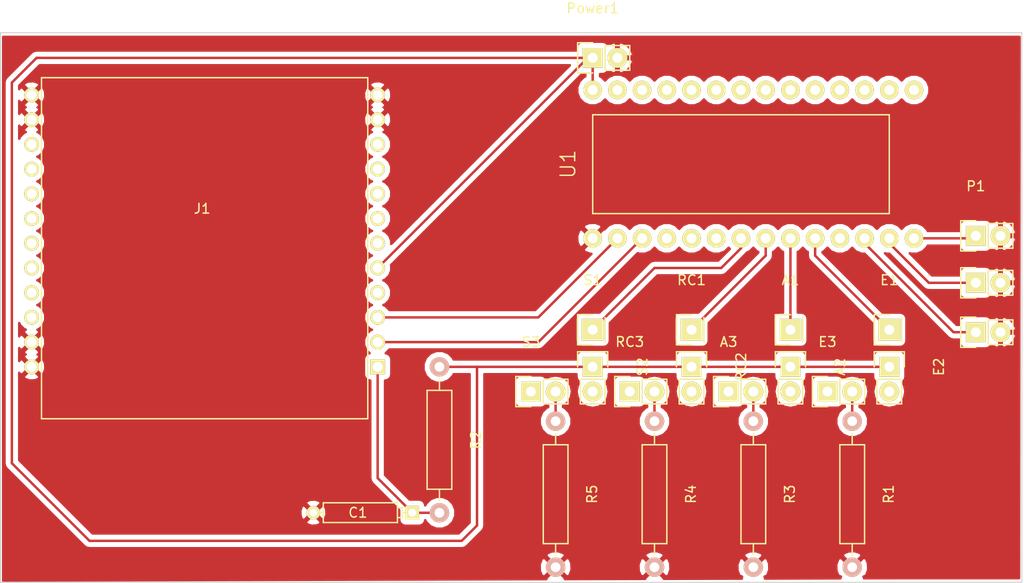
<source format=kicad_pcb>
(kicad_pcb (version 4) (host pcbnew 4.0.1-stable)

  (general
    (links 37)
    (no_connects 0)
    (area 0 0 0 0)
    (thickness 1.6)
    (drawings 6)
    (tracks 44)
    (zones 0)
    (modules 24)
    (nets 56)
  )

  (page A4)
  (layers
    (0 F.Cu signal)
    (31 B.Cu signal)
    (32 B.Adhes user)
    (33 F.Adhes user)
    (34 B.Paste user)
    (35 F.Paste user)
    (36 B.SilkS user)
    (37 F.SilkS user)
    (38 B.Mask user)
    (39 F.Mask user)
    (40 Dwgs.User user)
    (41 Cmts.User user)
    (42 Eco1.User user)
    (43 Eco2.User user)
    (44 Edge.Cuts user)
    (45 Margin user)
    (46 B.CrtYd user)
    (47 F.CrtYd user)
    (48 B.Fab user)
    (49 F.Fab user)
  )

  (setup
    (last_trace_width 0.25)
    (trace_clearance 0.2)
    (zone_clearance 0.508)
    (zone_45_only no)
    (trace_min 0.2)
    (segment_width 0.2)
    (edge_width 0.1)
    (via_size 0.6)
    (via_drill 0.4)
    (via_min_size 0.4)
    (via_min_drill 0.3)
    (uvia_size 0.3)
    (uvia_drill 0.1)
    (uvias_allowed no)
    (uvia_min_size 0.2)
    (uvia_min_drill 0.1)
    (pcb_text_width 0.3)
    (pcb_text_size 1.5 1.5)
    (mod_edge_width 0.15)
    (mod_text_size 1 1)
    (mod_text_width 0.15)
    (pad_size 1.9 1.9)
    (pad_drill 1.016)
    (pad_to_mask_clearance 0)
    (aux_axis_origin 0 0)
    (visible_elements 7FFFFFFF)
    (pcbplotparams
      (layerselection 0x00030_80000001)
      (usegerberextensions false)
      (excludeedgelayer true)
      (linewidth 0.100000)
      (plotframeref false)
      (viasonmask false)
      (mode 1)
      (useauxorigin false)
      (hpglpennumber 1)
      (hpglpenspeed 20)
      (hpglpendiameter 15)
      (hpglpenoverlay 2)
      (psnegative false)
      (psa4output false)
      (plotreference true)
      (plotvalue true)
      (plotinvisibletext false)
      (padsonsilk false)
      (subtractmaskfromsilk false)
      (outputformat 1)
      (mirror false)
      (drillshape 1)
      (scaleselection 1)
      (outputdirectory ""))
  )

  (net 0 "")
  (net 1 "Net-(A1-Pad1)")
  (net 2 +5V)
  (net 3 "Net-(A2-Pad2)")
  (net 4 "Net-(A3-Pad1)")
  (net 5 "Net-(A3-Pad2)")
  (net 6 "Net-(C1-Pad1)")
  (net 7 Earth)
  (net 8 "Net-(E1-Pad1)")
  (net 9 "Net-(E2-Pad2)")
  (net 10 "Net-(E3-Pad1)")
  (net 11 "Net-(E3-Pad2)")
  (net 12 "Net-(J1-Pad2)")
  (net 13 "Net-(J1-Pad3)")
  (net 14 "Net-(J1-Pad4)")
  (net 15 "Net-(J1-Pad6)")
  (net 16 "Net-(J1-Pad7)")
  (net 17 "Net-(J1-Pad8)")
  (net 18 "Net-(J1-Pad9)")
  (net 19 "Net-(J1-Pad10)")
  (net 20 "Net-(J1-Pad15)")
  (net 21 "Net-(J1-Pad16)")
  (net 22 "Net-(J1-Pad17)")
  (net 23 "Net-(J1-Pad18)")
  (net 24 "Net-(J1-Pad19)")
  (net 25 "Net-(J1-Pad20)")
  (net 26 "Net-(J1-Pad21)")
  (net 27 "Net-(J1-Pad22)")
  (net 28 "Net-(P1-Pad1)")
  (net 29 "Net-(P5-Pad1)")
  (net 30 "Net-(P6-Pad1)")
  (net 31 "Net-(R4-Pad1)")
  (net 32 "Net-(R5-Pad1)")
  (net 33 "Net-(RC1-Pad1)")
  (net 34 "Net-(RC2-Pad2)")
  (net 35 "Net-(RC3-Pad1)")
  (net 36 "Net-(S1-Pad1)")
  (net 37 "Net-(S2-Pad2)")
  (net 38 "Net-(S3-Pad1)")
  (net 39 "Net-(U1-Pad2)")
  (net 40 "Net-(U1-Pad3)")
  (net 41 "Net-(U1-Pad4)")
  (net 42 "Net-(U1-Pad9)")
  (net 43 "Net-(U1-Pad13)")
  (net 44 "Net-(U1-Pad14)")
  (net 45 "Net-(U1-Pad15)")
  (net 46 "Net-(U1-Pad16)")
  (net 47 "Net-(U1-Pad17)")
  (net 48 "Net-(U1-Pad18)")
  (net 49 "Net-(U1-Pad19)")
  (net 50 "Net-(U1-Pad20)")
  (net 51 "Net-(U1-Pad21)")
  (net 52 "Net-(U1-Pad22)")
  (net 53 "Net-(U1-Pad23)")
  (net 54 "Net-(U1-Pad24)")
  (net 55 "Net-(U1-Pad25)")

  (net_class Default "This is the default net class."
    (clearance 0.2)
    (trace_width 0.25)
    (via_dia 0.6)
    (via_drill 0.4)
    (uvia_dia 0.3)
    (uvia_drill 0.1)
    (add_net +5V)
    (add_net Earth)
    (add_net "Net-(A1-Pad1)")
    (add_net "Net-(A2-Pad2)")
    (add_net "Net-(A3-Pad1)")
    (add_net "Net-(A3-Pad2)")
    (add_net "Net-(C1-Pad1)")
    (add_net "Net-(E1-Pad1)")
    (add_net "Net-(E2-Pad2)")
    (add_net "Net-(E3-Pad1)")
    (add_net "Net-(E3-Pad2)")
    (add_net "Net-(J1-Pad10)")
    (add_net "Net-(J1-Pad15)")
    (add_net "Net-(J1-Pad16)")
    (add_net "Net-(J1-Pad17)")
    (add_net "Net-(J1-Pad18)")
    (add_net "Net-(J1-Pad19)")
    (add_net "Net-(J1-Pad2)")
    (add_net "Net-(J1-Pad20)")
    (add_net "Net-(J1-Pad21)")
    (add_net "Net-(J1-Pad22)")
    (add_net "Net-(J1-Pad3)")
    (add_net "Net-(J1-Pad4)")
    (add_net "Net-(J1-Pad6)")
    (add_net "Net-(J1-Pad7)")
    (add_net "Net-(J1-Pad8)")
    (add_net "Net-(J1-Pad9)")
    (add_net "Net-(P1-Pad1)")
    (add_net "Net-(P5-Pad1)")
    (add_net "Net-(P6-Pad1)")
    (add_net "Net-(R4-Pad1)")
    (add_net "Net-(R5-Pad1)")
    (add_net "Net-(RC1-Pad1)")
    (add_net "Net-(RC2-Pad2)")
    (add_net "Net-(RC3-Pad1)")
    (add_net "Net-(S1-Pad1)")
    (add_net "Net-(S2-Pad2)")
    (add_net "Net-(S3-Pad1)")
    (add_net "Net-(U1-Pad13)")
    (add_net "Net-(U1-Pad14)")
    (add_net "Net-(U1-Pad15)")
    (add_net "Net-(U1-Pad16)")
    (add_net "Net-(U1-Pad17)")
    (add_net "Net-(U1-Pad18)")
    (add_net "Net-(U1-Pad19)")
    (add_net "Net-(U1-Pad2)")
    (add_net "Net-(U1-Pad20)")
    (add_net "Net-(U1-Pad21)")
    (add_net "Net-(U1-Pad22)")
    (add_net "Net-(U1-Pad23)")
    (add_net "Net-(U1-Pad24)")
    (add_net "Net-(U1-Pad25)")
    (add_net "Net-(U1-Pad3)")
    (add_net "Net-(U1-Pad4)")
    (add_net "Net-(U1-Pad9)")
  )

  (module Socket_Strips:Socket_Strip_Straight_1x01 (layer F.Cu) (tedit 54E9F79C) (tstamp 56EDDC48)
    (at 183.134 100.33)
    (descr "Through hole socket strip")
    (tags "socket strip")
    (path /56EA0027)
    (fp_text reference A1 (at 0 -5.1) (layer F.SilkS)
      (effects (font (size 1 1) (thickness 0.15)))
    )
    (fp_text value CONN_01X01 (at 0 -3.1) (layer F.Fab)
      (effects (font (size 1 1) (thickness 0.15)))
    )
    (fp_line (start -1.75 -1.75) (end -1.75 1.75) (layer F.CrtYd) (width 0.05))
    (fp_line (start 1.75 -1.75) (end 1.75 1.75) (layer F.CrtYd) (width 0.05))
    (fp_line (start -1.75 -1.75) (end 1.75 -1.75) (layer F.CrtYd) (width 0.05))
    (fp_line (start -1.75 1.75) (end 1.75 1.75) (layer F.CrtYd) (width 0.05))
    (fp_line (start 1.27 1.27) (end 1.27 -1.27) (layer F.SilkS) (width 0.15))
    (fp_line (start -1.55 -1.55) (end 0 -1.55) (layer F.SilkS) (width 0.15))
    (fp_line (start -1.55 -1.55) (end -1.55 1.55) (layer F.SilkS) (width 0.15))
    (fp_line (start -1.55 1.55) (end 0 1.55) (layer F.SilkS) (width 0.15))
    (pad 1 thru_hole rect (at 0 0) (size 2.2352 2.2352) (drill 1.016) (layers *.Cu *.Mask F.SilkS)
      (net 1 "Net-(A1-Pad1)"))
    (model Socket_Strips.3dshapes/Socket_Strip_Straight_1x01.wrl
      (at (xyz 0 0 0))
      (scale (xyz 1 1 1))
      (rotate (xyz 0 0 180))
    )
  )

  (module Socket_Strips:Socket_Strip_Straight_1x02 (layer F.Cu) (tedit 54E9F75E) (tstamp 56EDDC4E)
    (at 183.134 104.14 270)
    (descr "Through hole socket strip")
    (tags "socket strip")
    (path /56E9FDCE)
    (fp_text reference A2 (at 0 -5.1 270) (layer F.SilkS)
      (effects (font (size 1 1) (thickness 0.15)))
    )
    (fp_text value CONN_01X02 (at 0 -3.1 270) (layer F.Fab)
      (effects (font (size 1 1) (thickness 0.15)))
    )
    (fp_line (start -1.55 1.55) (end 0 1.55) (layer F.SilkS) (width 0.15))
    (fp_line (start 3.81 1.27) (end 1.27 1.27) (layer F.SilkS) (width 0.15))
    (fp_line (start -1.75 -1.75) (end -1.75 1.75) (layer F.CrtYd) (width 0.05))
    (fp_line (start 4.3 -1.75) (end 4.3 1.75) (layer F.CrtYd) (width 0.05))
    (fp_line (start -1.75 -1.75) (end 4.3 -1.75) (layer F.CrtYd) (width 0.05))
    (fp_line (start -1.75 1.75) (end 4.3 1.75) (layer F.CrtYd) (width 0.05))
    (fp_line (start 1.27 1.27) (end 1.27 -1.27) (layer F.SilkS) (width 0.15))
    (fp_line (start 0 -1.55) (end -1.55 -1.55) (layer F.SilkS) (width 0.15))
    (fp_line (start -1.55 -1.55) (end -1.55 1.55) (layer F.SilkS) (width 0.15))
    (fp_line (start 1.27 -1.27) (end 3.81 -1.27) (layer F.SilkS) (width 0.15))
    (fp_line (start 3.81 -1.27) (end 3.81 1.27) (layer F.SilkS) (width 0.15))
    (pad 1 thru_hole rect (at 0 0 270) (size 2.032 2.032) (drill 1.016) (layers *.Cu *.Mask F.SilkS)
      (net 2 +5V))
    (pad 2 thru_hole oval (at 2.54 0 270) (size 2.032 2.032) (drill 1.016) (layers *.Cu *.Mask F.SilkS)
      (net 3 "Net-(A2-Pad2)"))
    (model Socket_Strips.3dshapes/Socket_Strip_Straight_1x02.wrl
      (at (xyz 0.05 0 0))
      (scale (xyz 1 1 1))
      (rotate (xyz 0 0 180))
    )
  )

  (module Socket_Strips:Socket_Strip_Straight_1x02 (layer F.Cu) (tedit 54E9F75E) (tstamp 56EDDC54)
    (at 176.784 106.68)
    (descr "Through hole socket strip")
    (tags "socket strip")
    (path /56E9FCDB)
    (fp_text reference A3 (at 0 -5.1) (layer F.SilkS)
      (effects (font (size 1 1) (thickness 0.15)))
    )
    (fp_text value CONN_01X02 (at 0 -3.1) (layer F.Fab)
      (effects (font (size 1 1) (thickness 0.15)))
    )
    (fp_line (start -1.55 1.55) (end 0 1.55) (layer F.SilkS) (width 0.15))
    (fp_line (start 3.81 1.27) (end 1.27 1.27) (layer F.SilkS) (width 0.15))
    (fp_line (start -1.75 -1.75) (end -1.75 1.75) (layer F.CrtYd) (width 0.05))
    (fp_line (start 4.3 -1.75) (end 4.3 1.75) (layer F.CrtYd) (width 0.05))
    (fp_line (start -1.75 -1.75) (end 4.3 -1.75) (layer F.CrtYd) (width 0.05))
    (fp_line (start -1.75 1.75) (end 4.3 1.75) (layer F.CrtYd) (width 0.05))
    (fp_line (start 1.27 1.27) (end 1.27 -1.27) (layer F.SilkS) (width 0.15))
    (fp_line (start 0 -1.55) (end -1.55 -1.55) (layer F.SilkS) (width 0.15))
    (fp_line (start -1.55 -1.55) (end -1.55 1.55) (layer F.SilkS) (width 0.15))
    (fp_line (start 1.27 -1.27) (end 3.81 -1.27) (layer F.SilkS) (width 0.15))
    (fp_line (start 3.81 -1.27) (end 3.81 1.27) (layer F.SilkS) (width 0.15))
    (pad 1 thru_hole rect (at 0 0) (size 2.032 2.032) (drill 1.016) (layers *.Cu *.Mask F.SilkS)
      (net 4 "Net-(A3-Pad1)"))
    (pad 2 thru_hole oval (at 2.54 0) (size 2.032 2.032) (drill 1.016) (layers *.Cu *.Mask F.SilkS)
      (net 5 "Net-(A3-Pad2)"))
    (model Socket_Strips.3dshapes/Socket_Strip_Straight_1x02.wrl
      (at (xyz 0.05 0 0))
      (scale (xyz 1 1 1))
      (rotate (xyz 0 0 180))
    )
  )

  (module Discret:CP4 (layer F.Cu) (tedit 0) (tstamp 56EDDC5A)
    (at 139.192 119.126 180)
    (descr "Condensateur polarise")
    (tags CP)
    (path /56E894F1)
    (fp_text reference C1 (at 0.508 0 180) (layer F.SilkS)
      (effects (font (size 1 1) (thickness 0.15)))
    )
    (fp_text value 10uF (at 0.508 0 180) (layer F.Fab)
      (effects (font (size 1 1) (thickness 0.15)))
    )
    (fp_line (start 5.08 0) (end 4.064 0) (layer F.SilkS) (width 0.15))
    (fp_line (start 4.064 0) (end 4.064 1.016) (layer F.SilkS) (width 0.15))
    (fp_line (start 4.064 1.016) (end -3.556 1.016) (layer F.SilkS) (width 0.15))
    (fp_line (start -3.556 1.016) (end -3.556 -1.016) (layer F.SilkS) (width 0.15))
    (fp_line (start -3.556 -1.016) (end 4.064 -1.016) (layer F.SilkS) (width 0.15))
    (fp_line (start 4.064 -1.016) (end 4.064 0) (layer F.SilkS) (width 0.15))
    (fp_line (start -5.08 0) (end -4.064 0) (layer F.SilkS) (width 0.15))
    (fp_line (start -3.556 0.508) (end -4.064 0.508) (layer F.SilkS) (width 0.15))
    (fp_line (start -4.064 0.508) (end -4.064 -0.508) (layer F.SilkS) (width 0.15))
    (fp_line (start -4.064 -0.508) (end -3.556 -0.508) (layer F.SilkS) (width 0.15))
    (pad 1 thru_hole rect (at -5.08 0 180) (size 1.397 1.397) (drill 0.8128) (layers *.Cu *.Mask F.SilkS)
      (net 6 "Net-(C1-Pad1)"))
    (pad 2 thru_hole circle (at 5.08 0 180) (size 1.397 1.397) (drill 0.8128) (layers *.Cu *.Mask F.SilkS)
      (net 7 Earth))
    (model Discret.3dshapes/CP4.wrl
      (at (xyz 0 0 0))
      (scale (xyz 0.4 0.4 0.4))
      (rotate (xyz 0 0 0))
    )
  )

  (module Socket_Strips:Socket_Strip_Straight_1x01 (layer F.Cu) (tedit 54E9F79C) (tstamp 56EDDC5F)
    (at 193.294 100.33)
    (descr "Through hole socket strip")
    (tags "socket strip")
    (path /56EA3A8E)
    (fp_text reference E1 (at 0 -5.1) (layer F.SilkS)
      (effects (font (size 1 1) (thickness 0.15)))
    )
    (fp_text value CONN_01X01 (at 0 -3.1) (layer F.Fab)
      (effects (font (size 1 1) (thickness 0.15)))
    )
    (fp_line (start -1.75 -1.75) (end -1.75 1.75) (layer F.CrtYd) (width 0.05))
    (fp_line (start 1.75 -1.75) (end 1.75 1.75) (layer F.CrtYd) (width 0.05))
    (fp_line (start -1.75 -1.75) (end 1.75 -1.75) (layer F.CrtYd) (width 0.05))
    (fp_line (start -1.75 1.75) (end 1.75 1.75) (layer F.CrtYd) (width 0.05))
    (fp_line (start 1.27 1.27) (end 1.27 -1.27) (layer F.SilkS) (width 0.15))
    (fp_line (start -1.55 -1.55) (end 0 -1.55) (layer F.SilkS) (width 0.15))
    (fp_line (start -1.55 -1.55) (end -1.55 1.55) (layer F.SilkS) (width 0.15))
    (fp_line (start -1.55 1.55) (end 0 1.55) (layer F.SilkS) (width 0.15))
    (pad 1 thru_hole rect (at 0 0) (size 2.2352 2.2352) (drill 1.016) (layers *.Cu *.Mask F.SilkS)
      (net 8 "Net-(E1-Pad1)"))
    (model Socket_Strips.3dshapes/Socket_Strip_Straight_1x01.wrl
      (at (xyz 0 0 0))
      (scale (xyz 1 1 1))
      (rotate (xyz 0 0 180))
    )
  )

  (module Socket_Strips:Socket_Strip_Straight_1x02 (layer F.Cu) (tedit 54E9F75E) (tstamp 56EDDC65)
    (at 193.294 104.14 270)
    (descr "Through hole socket strip")
    (tags "socket strip")
    (path /56EA3DD0)
    (fp_text reference E2 (at 0 -5.1 270) (layer F.SilkS)
      (effects (font (size 1 1) (thickness 0.15)))
    )
    (fp_text value CONN_01X02 (at 0 -3.1 270) (layer F.Fab)
      (effects (font (size 1 1) (thickness 0.15)))
    )
    (fp_line (start -1.55 1.55) (end 0 1.55) (layer F.SilkS) (width 0.15))
    (fp_line (start 3.81 1.27) (end 1.27 1.27) (layer F.SilkS) (width 0.15))
    (fp_line (start -1.75 -1.75) (end -1.75 1.75) (layer F.CrtYd) (width 0.05))
    (fp_line (start 4.3 -1.75) (end 4.3 1.75) (layer F.CrtYd) (width 0.05))
    (fp_line (start -1.75 -1.75) (end 4.3 -1.75) (layer F.CrtYd) (width 0.05))
    (fp_line (start -1.75 1.75) (end 4.3 1.75) (layer F.CrtYd) (width 0.05))
    (fp_line (start 1.27 1.27) (end 1.27 -1.27) (layer F.SilkS) (width 0.15))
    (fp_line (start 0 -1.55) (end -1.55 -1.55) (layer F.SilkS) (width 0.15))
    (fp_line (start -1.55 -1.55) (end -1.55 1.55) (layer F.SilkS) (width 0.15))
    (fp_line (start 1.27 -1.27) (end 3.81 -1.27) (layer F.SilkS) (width 0.15))
    (fp_line (start 3.81 -1.27) (end 3.81 1.27) (layer F.SilkS) (width 0.15))
    (pad 1 thru_hole rect (at 0 0 270) (size 2.032 2.032) (drill 1.016) (layers *.Cu *.Mask F.SilkS)
      (net 2 +5V))
    (pad 2 thru_hole oval (at 2.54 0 270) (size 2.032 2.032) (drill 1.016) (layers *.Cu *.Mask F.SilkS)
      (net 9 "Net-(E2-Pad2)"))
    (model Socket_Strips.3dshapes/Socket_Strip_Straight_1x02.wrl
      (at (xyz 0.05 0 0))
      (scale (xyz 1 1 1))
      (rotate (xyz 0 0 180))
    )
  )

  (module Socket_Strips:Socket_Strip_Straight_1x02 (layer F.Cu) (tedit 54E9F75E) (tstamp 56EDDC6B)
    (at 186.944 106.68)
    (descr "Through hole socket strip")
    (tags "socket strip")
    (path /56EA3C53)
    (fp_text reference E3 (at 0 -5.1) (layer F.SilkS)
      (effects (font (size 1 1) (thickness 0.15)))
    )
    (fp_text value CONN_01X02 (at 0 -3.1) (layer F.Fab)
      (effects (font (size 1 1) (thickness 0.15)))
    )
    (fp_line (start -1.55 1.55) (end 0 1.55) (layer F.SilkS) (width 0.15))
    (fp_line (start 3.81 1.27) (end 1.27 1.27) (layer F.SilkS) (width 0.15))
    (fp_line (start -1.75 -1.75) (end -1.75 1.75) (layer F.CrtYd) (width 0.05))
    (fp_line (start 4.3 -1.75) (end 4.3 1.75) (layer F.CrtYd) (width 0.05))
    (fp_line (start -1.75 -1.75) (end 4.3 -1.75) (layer F.CrtYd) (width 0.05))
    (fp_line (start -1.75 1.75) (end 4.3 1.75) (layer F.CrtYd) (width 0.05))
    (fp_line (start 1.27 1.27) (end 1.27 -1.27) (layer F.SilkS) (width 0.15))
    (fp_line (start 0 -1.55) (end -1.55 -1.55) (layer F.SilkS) (width 0.15))
    (fp_line (start -1.55 -1.55) (end -1.55 1.55) (layer F.SilkS) (width 0.15))
    (fp_line (start 1.27 -1.27) (end 3.81 -1.27) (layer F.SilkS) (width 0.15))
    (fp_line (start 3.81 -1.27) (end 3.81 1.27) (layer F.SilkS) (width 0.15))
    (pad 1 thru_hole rect (at 0 0) (size 2.032 2.032) (drill 1.016) (layers *.Cu *.Mask F.SilkS)
      (net 10 "Net-(E3-Pad1)"))
    (pad 2 thru_hole oval (at 2.54 0) (size 2.032 2.032) (drill 1.016) (layers *.Cu *.Mask F.SilkS)
      (net 11 "Net-(E3-Pad2)"))
    (model Socket_Strips.3dshapes/Socket_Strip_Straight_1x02.wrl
      (at (xyz 0.05 0 0))
      (scale (xyz 1 1 1))
      (rotate (xyz 0 0 180))
    )
  )

  (module EVM-915_DTS:EVM-915-DTS-Shape (layer F.Cu) (tedit 56EDDBDD) (tstamp 56EDDC87)
    (at 140.716 104.14 180)
    (path /56EA2310)
    (fp_text reference J1 (at 18.034 16.256 180) (layer F.SilkS)
      (effects (font (size 1 1) (thickness 0.15)))
    )
    (fp_text value EVM-915-DTS (at 18.288 10.922 180) (layer F.Fab)
      (effects (font (size 1 1) (thickness 0.15)))
    )
    (fp_line (start 34.544 -5.334) (end 34.544 29.718) (layer F.SilkS) (width 0.15))
    (fp_line (start 34.544 29.718) (end 1.016 29.718) (layer F.SilkS) (width 0.15))
    (fp_line (start 1.016 29.718) (end 1.016 -5.334) (layer F.SilkS) (width 0.15))
    (fp_line (start 1.016 -5.334) (end 34.544 -5.334) (layer F.SilkS) (width 0.15))
    (pad 1 thru_hole rect (at 0 0 180) (size 1.524 1.524) (drill 1.016) (layers *.Cu *.Mask F.SilkS)
      (net 6 "Net-(C1-Pad1)"))
    (pad 2 thru_hole circle (at 0 2.54 180) (size 1.524 1.524) (drill 1.016) (layers *.Cu *.Mask F.SilkS)
      (net 12 "Net-(J1-Pad2)"))
    (pad 3 thru_hole circle (at 0 5.08 180) (size 1.524 1.524) (drill 1.016) (layers *.Cu *.Mask F.SilkS)
      (net 13 "Net-(J1-Pad3)"))
    (pad 4 thru_hole circle (at 0 7.62 180) (size 1.524 1.524) (drill 1.016) (layers *.Cu *.Mask F.SilkS)
      (net 14 "Net-(J1-Pad4)"))
    (pad 5 thru_hole circle (at 0 10.16 180) (size 1.524 1.524) (drill 1.016) (layers *.Cu *.Mask F.SilkS)
      (net 2 +5V))
    (pad 6 thru_hole circle (at 0 12.7 180) (size 1.524 1.524) (drill 1.016) (layers *.Cu *.Mask F.SilkS)
      (net 15 "Net-(J1-Pad6)"))
    (pad 7 thru_hole circle (at 0 15.24 180) (size 1.524 1.524) (drill 1.016) (layers *.Cu *.Mask F.SilkS)
      (net 16 "Net-(J1-Pad7)"))
    (pad 8 thru_hole circle (at 0 17.78 180) (size 1.524 1.524) (drill 1.016) (layers *.Cu *.Mask F.SilkS)
      (net 17 "Net-(J1-Pad8)"))
    (pad 9 thru_hole circle (at 0 20.32 180) (size 1.524 1.524) (drill 1.016) (layers *.Cu *.Mask F.SilkS)
      (net 18 "Net-(J1-Pad9)"))
    (pad 10 thru_hole circle (at 0 22.86 180) (size 1.524 1.524) (drill 1.016) (layers *.Cu *.Mask F.SilkS)
      (net 19 "Net-(J1-Pad10)"))
    (pad 11 thru_hole circle (at 0 25.4 180) (size 1.524 1.524) (drill 1.016) (layers *.Cu *.Mask F.SilkS)
      (net 7 Earth))
    (pad 12 thru_hole circle (at 0 27.94 180) (size 1.524 1.524) (drill 1.016) (layers *.Cu *.Mask F.SilkS)
      (net 7 Earth))
    (pad 13 thru_hole circle (at 35.56 27.94 180) (size 1.524 1.524) (drill 1.016) (layers *.Cu *.Mask F.SilkS)
      (net 7 Earth))
    (pad 14 thru_hole circle (at 35.56 25.4 180) (size 1.524 1.524) (drill 1.016) (layers *.Cu *.Mask F.SilkS)
      (net 7 Earth))
    (pad 15 thru_hole circle (at 35.56 22.86 180) (size 1.524 1.524) (drill 1.016) (layers *.Cu *.Mask F.SilkS)
      (net 20 "Net-(J1-Pad15)"))
    (pad 16 thru_hole circle (at 35.56 20.32 180) (size 1.524 1.524) (drill 1.016) (layers *.Cu *.Mask F.SilkS)
      (net 21 "Net-(J1-Pad16)"))
    (pad 17 thru_hole circle (at 35.56 17.78 180) (size 1.524 1.524) (drill 1.016) (layers *.Cu *.Mask F.SilkS)
      (net 22 "Net-(J1-Pad17)"))
    (pad 18 thru_hole circle (at 35.56 15.24 180) (size 1.524 1.524) (drill 1.016) (layers *.Cu *.Mask F.SilkS)
      (net 23 "Net-(J1-Pad18)"))
    (pad 19 thru_hole circle (at 35.56 12.7 180) (size 1.524 1.524) (drill 1.016) (layers *.Cu *.Mask F.SilkS)
      (net 24 "Net-(J1-Pad19)"))
    (pad 20 thru_hole circle (at 35.56 10.16 180) (size 1.524 1.524) (drill 1.016) (layers *.Cu *.Mask F.SilkS)
      (net 25 "Net-(J1-Pad20)"))
    (pad 21 thru_hole circle (at 35.56 7.62 180) (size 1.524 1.524) (drill 1.016) (layers *.Cu *.Mask F.SilkS)
      (net 26 "Net-(J1-Pad21)"))
    (pad 22 thru_hole circle (at 35.56 5.08 180) (size 1.524 1.524) (drill 1.016) (layers *.Cu *.Mask F.SilkS)
      (net 27 "Net-(J1-Pad22)"))
    (pad 23 thru_hole circle (at 35.56 2.54 180) (size 1.524 1.524) (drill 1.016) (layers *.Cu *.Mask F.SilkS)
      (net 7 Earth))
    (pad 24 thru_hole circle (at 35.56 0 180) (size 1.524 1.524) (drill 1.016) (layers *.Cu *.Mask F.SilkS)
      (net 7 Earth))
  )

  (module Socket_Strips:Socket_Strip_Straight_1x02 (layer F.Cu) (tedit 54E9F75E) (tstamp 56EDDC8D)
    (at 202.184 90.678)
    (descr "Through hole socket strip")
    (tags "socket strip")
    (path /56E9F687)
    (fp_text reference P1 (at 0 -5.1) (layer F.SilkS)
      (effects (font (size 1 1) (thickness 0.15)))
    )
    (fp_text value CONN_01X02 (at 0 -3.1) (layer F.Fab)
      (effects (font (size 1 1) (thickness 0.15)))
    )
    (fp_line (start -1.55 1.55) (end 0 1.55) (layer F.SilkS) (width 0.15))
    (fp_line (start 3.81 1.27) (end 1.27 1.27) (layer F.SilkS) (width 0.15))
    (fp_line (start -1.75 -1.75) (end -1.75 1.75) (layer F.CrtYd) (width 0.05))
    (fp_line (start 4.3 -1.75) (end 4.3 1.75) (layer F.CrtYd) (width 0.05))
    (fp_line (start -1.75 -1.75) (end 4.3 -1.75) (layer F.CrtYd) (width 0.05))
    (fp_line (start -1.75 1.75) (end 4.3 1.75) (layer F.CrtYd) (width 0.05))
    (fp_line (start 1.27 1.27) (end 1.27 -1.27) (layer F.SilkS) (width 0.15))
    (fp_line (start 0 -1.55) (end -1.55 -1.55) (layer F.SilkS) (width 0.15))
    (fp_line (start -1.55 -1.55) (end -1.55 1.55) (layer F.SilkS) (width 0.15))
    (fp_line (start 1.27 -1.27) (end 3.81 -1.27) (layer F.SilkS) (width 0.15))
    (fp_line (start 3.81 -1.27) (end 3.81 1.27) (layer F.SilkS) (width 0.15))
    (pad 1 thru_hole rect (at 0 0) (size 2.032 2.032) (drill 1.016) (layers *.Cu *.Mask F.SilkS)
      (net 28 "Net-(P1-Pad1)"))
    (pad 2 thru_hole oval (at 2.54 0) (size 2.032 2.032) (drill 1.016) (layers *.Cu *.Mask F.SilkS)
      (net 7 Earth))
    (model Socket_Strips.3dshapes/Socket_Strip_Straight_1x02.wrl
      (at (xyz 0.05 0 0))
      (scale (xyz 1 1 1))
      (rotate (xyz 0 0 180))
    )
  )

  (module Socket_Strips:Socket_Strip_Straight_1x02 (layer F.Cu) (tedit 54E9F75E) (tstamp 56EDDC93)
    (at 202.184 95.504)
    (descr "Through hole socket strip")
    (tags "socket strip")
    (path /56EA0C40)
    (fp_text reference P5 (at 0 -5.1) (layer F.SilkS)
      (effects (font (size 1 1) (thickness 0.15)))
    )
    (fp_text value CONN_01X02 (at 0 -3.1) (layer F.Fab)
      (effects (font (size 1 1) (thickness 0.15)))
    )
    (fp_line (start -1.55 1.55) (end 0 1.55) (layer F.SilkS) (width 0.15))
    (fp_line (start 3.81 1.27) (end 1.27 1.27) (layer F.SilkS) (width 0.15))
    (fp_line (start -1.75 -1.75) (end -1.75 1.75) (layer F.CrtYd) (width 0.05))
    (fp_line (start 4.3 -1.75) (end 4.3 1.75) (layer F.CrtYd) (width 0.05))
    (fp_line (start -1.75 -1.75) (end 4.3 -1.75) (layer F.CrtYd) (width 0.05))
    (fp_line (start -1.75 1.75) (end 4.3 1.75) (layer F.CrtYd) (width 0.05))
    (fp_line (start 1.27 1.27) (end 1.27 -1.27) (layer F.SilkS) (width 0.15))
    (fp_line (start 0 -1.55) (end -1.55 -1.55) (layer F.SilkS) (width 0.15))
    (fp_line (start -1.55 -1.55) (end -1.55 1.55) (layer F.SilkS) (width 0.15))
    (fp_line (start 1.27 -1.27) (end 3.81 -1.27) (layer F.SilkS) (width 0.15))
    (fp_line (start 3.81 -1.27) (end 3.81 1.27) (layer F.SilkS) (width 0.15))
    (pad 1 thru_hole rect (at 0 0) (size 2.032 2.032) (drill 1.016) (layers *.Cu *.Mask F.SilkS)
      (net 29 "Net-(P5-Pad1)"))
    (pad 2 thru_hole oval (at 2.54 0) (size 2.032 2.032) (drill 1.016) (layers *.Cu *.Mask F.SilkS)
      (net 7 Earth))
    (model Socket_Strips.3dshapes/Socket_Strip_Straight_1x02.wrl
      (at (xyz 0.05 0 0))
      (scale (xyz 1 1 1))
      (rotate (xyz 0 0 180))
    )
  )

  (module Socket_Strips:Socket_Strip_Straight_1x02 (layer F.Cu) (tedit 54E9F75E) (tstamp 56EDDC99)
    (at 202.184 100.584)
    (descr "Through hole socket strip")
    (tags "socket strip")
    (path /56EA0C81)
    (fp_text reference P6 (at 0 -5.1) (layer F.SilkS)
      (effects (font (size 1 1) (thickness 0.15)))
    )
    (fp_text value CONN_01X02 (at 0 -3.1) (layer F.Fab)
      (effects (font (size 1 1) (thickness 0.15)))
    )
    (fp_line (start -1.55 1.55) (end 0 1.55) (layer F.SilkS) (width 0.15))
    (fp_line (start 3.81 1.27) (end 1.27 1.27) (layer F.SilkS) (width 0.15))
    (fp_line (start -1.75 -1.75) (end -1.75 1.75) (layer F.CrtYd) (width 0.05))
    (fp_line (start 4.3 -1.75) (end 4.3 1.75) (layer F.CrtYd) (width 0.05))
    (fp_line (start -1.75 -1.75) (end 4.3 -1.75) (layer F.CrtYd) (width 0.05))
    (fp_line (start -1.75 1.75) (end 4.3 1.75) (layer F.CrtYd) (width 0.05))
    (fp_line (start 1.27 1.27) (end 1.27 -1.27) (layer F.SilkS) (width 0.15))
    (fp_line (start 0 -1.55) (end -1.55 -1.55) (layer F.SilkS) (width 0.15))
    (fp_line (start -1.55 -1.55) (end -1.55 1.55) (layer F.SilkS) (width 0.15))
    (fp_line (start 1.27 -1.27) (end 3.81 -1.27) (layer F.SilkS) (width 0.15))
    (fp_line (start 3.81 -1.27) (end 3.81 1.27) (layer F.SilkS) (width 0.15))
    (pad 1 thru_hole rect (at 0 0) (size 2.032 2.032) (drill 1.016) (layers *.Cu *.Mask F.SilkS)
      (net 30 "Net-(P6-Pad1)"))
    (pad 2 thru_hole oval (at 2.54 0) (size 2.032 2.032) (drill 1.016) (layers *.Cu *.Mask F.SilkS)
      (net 7 Earth))
    (model Socket_Strips.3dshapes/Socket_Strip_Straight_1x02.wrl
      (at (xyz 0.05 0 0))
      (scale (xyz 1 1 1))
      (rotate (xyz 0 0 180))
    )
  )

  (module Socket_Strips:Socket_Strip_Straight_1x02 (layer F.Cu) (tedit 54E9F75E) (tstamp 56EDDC9F)
    (at 162.814 72.39)
    (descr "Through hole socket strip")
    (tags "socket strip")
    (path /56EDE6C6)
    (fp_text reference Power1 (at 0 -5.1) (layer F.SilkS)
      (effects (font (size 1 1) (thickness 0.15)))
    )
    (fp_text value CONN_01X02 (at 0 -3.1) (layer F.Fab)
      (effects (font (size 1 1) (thickness 0.15)))
    )
    (fp_line (start -1.55 1.55) (end 0 1.55) (layer F.SilkS) (width 0.15))
    (fp_line (start 3.81 1.27) (end 1.27 1.27) (layer F.SilkS) (width 0.15))
    (fp_line (start -1.75 -1.75) (end -1.75 1.75) (layer F.CrtYd) (width 0.05))
    (fp_line (start 4.3 -1.75) (end 4.3 1.75) (layer F.CrtYd) (width 0.05))
    (fp_line (start -1.75 -1.75) (end 4.3 -1.75) (layer F.CrtYd) (width 0.05))
    (fp_line (start -1.75 1.75) (end 4.3 1.75) (layer F.CrtYd) (width 0.05))
    (fp_line (start 1.27 1.27) (end 1.27 -1.27) (layer F.SilkS) (width 0.15))
    (fp_line (start 0 -1.55) (end -1.55 -1.55) (layer F.SilkS) (width 0.15))
    (fp_line (start -1.55 -1.55) (end -1.55 1.55) (layer F.SilkS) (width 0.15))
    (fp_line (start 1.27 -1.27) (end 3.81 -1.27) (layer F.SilkS) (width 0.15))
    (fp_line (start 3.81 -1.27) (end 3.81 1.27) (layer F.SilkS) (width 0.15))
    (pad 1 thru_hole rect (at 0 0) (size 2.032 2.032) (drill 1.016) (layers *.Cu *.Mask F.SilkS)
      (net 2 +5V))
    (pad 2 thru_hole oval (at 2.54 0) (size 2.032 2.032) (drill 1.016) (layers *.Cu *.Mask F.SilkS)
      (net 7 Earth))
    (model Socket_Strips.3dshapes/Socket_Strip_Straight_1x02.wrl
      (at (xyz 0.05 0 0))
      (scale (xyz 1 1 1))
      (rotate (xyz 0 0 180))
    )
  )

  (module Resistors_ThroughHole:Resistor_Horizontal_RM15mm (layer F.Cu) (tedit 569FCEE8) (tstamp 56EDDCA5)
    (at 189.484 109.728 270)
    (descr "Resistor, Axial, RM 15mm,")
    (tags "Resistor Axial RM 15mm")
    (path /56D7E073)
    (fp_text reference R1 (at 7.5 -3.74904 270) (layer F.SilkS)
      (effects (font (size 1 1) (thickness 0.15)))
    )
    (fp_text value 10k (at 7.5 4.0005 270) (layer F.Fab)
      (effects (font (size 1 1) (thickness 0.15)))
    )
    (fp_line (start -1.25 1.5) (end -1.25 -1.5) (layer F.CrtYd) (width 0.05))
    (fp_line (start -1.25 -1.5) (end 16.25 -1.5) (layer F.CrtYd) (width 0.05))
    (fp_line (start 16.25 -1.5) (end 16.25 1.5) (layer F.CrtYd) (width 0.05))
    (fp_line (start 16.25 1.5) (end -1.25 1.5) (layer F.CrtYd) (width 0.05))
    (fp_line (start 2.42 -1.27) (end 2.42 1.27) (layer F.SilkS) (width 0.15))
    (fp_line (start 2.42 1.27) (end 12.58 1.27) (layer F.SilkS) (width 0.15))
    (fp_line (start 12.58 1.27) (end 12.58 -1.27) (layer F.SilkS) (width 0.15))
    (fp_line (start 12.58 -1.27) (end 2.42 -1.27) (layer F.SilkS) (width 0.15))
    (fp_line (start 13.73 0) (end 12.58 0) (layer F.SilkS) (width 0.15))
    (fp_line (start 1.27 0) (end 2.42 0) (layer F.SilkS) (width 0.15))
    (pad 1 thru_hole circle (at 0 0 270) (size 1.99898 1.99898) (drill 1.00076) (layers *.Cu *.SilkS *.Mask)
      (net 11 "Net-(E3-Pad2)"))
    (pad 2 thru_hole circle (at 15 0 270) (size 1.99898 1.99898) (drill 1.00076) (layers *.Cu *.SilkS *.Mask)
      (net 7 Earth))
    (model Resistors_ThroughHole.3dshapes/Resistor_Horizontal_RM15mm.wrl
      (at (xyz 0.295 0 0))
      (scale (xyz 0.395 0.4 0.4))
      (rotate (xyz 0 0 0))
    )
  )

  (module Resistors_ThroughHole:Resistor_Horizontal_RM15mm (layer F.Cu) (tedit 569FCEE8) (tstamp 56EDDCAB)
    (at 147.066 104.14 270)
    (descr "Resistor, Axial, RM 15mm,")
    (tags "Resistor Axial RM 15mm")
    (path /56E892C9)
    (fp_text reference R2 (at 7.5 -3.74904 270) (layer F.SilkS)
      (effects (font (size 1 1) (thickness 0.15)))
    )
    (fp_text value 10 (at 7.5 4.0005 270) (layer F.Fab)
      (effects (font (size 1 1) (thickness 0.15)))
    )
    (fp_line (start -1.25 1.5) (end -1.25 -1.5) (layer F.CrtYd) (width 0.05))
    (fp_line (start -1.25 -1.5) (end 16.25 -1.5) (layer F.CrtYd) (width 0.05))
    (fp_line (start 16.25 -1.5) (end 16.25 1.5) (layer F.CrtYd) (width 0.05))
    (fp_line (start 16.25 1.5) (end -1.25 1.5) (layer F.CrtYd) (width 0.05))
    (fp_line (start 2.42 -1.27) (end 2.42 1.27) (layer F.SilkS) (width 0.15))
    (fp_line (start 2.42 1.27) (end 12.58 1.27) (layer F.SilkS) (width 0.15))
    (fp_line (start 12.58 1.27) (end 12.58 -1.27) (layer F.SilkS) (width 0.15))
    (fp_line (start 12.58 -1.27) (end 2.42 -1.27) (layer F.SilkS) (width 0.15))
    (fp_line (start 13.73 0) (end 12.58 0) (layer F.SilkS) (width 0.15))
    (fp_line (start 1.27 0) (end 2.42 0) (layer F.SilkS) (width 0.15))
    (pad 1 thru_hole circle (at 0 0 270) (size 1.99898 1.99898) (drill 1.00076) (layers *.Cu *.SilkS *.Mask)
      (net 2 +5V))
    (pad 2 thru_hole circle (at 15 0 270) (size 1.99898 1.99898) (drill 1.00076) (layers *.Cu *.SilkS *.Mask)
      (net 6 "Net-(C1-Pad1)"))
    (model Resistors_ThroughHole.3dshapes/Resistor_Horizontal_RM15mm.wrl
      (at (xyz 0.295 0 0))
      (scale (xyz 0.395 0.4 0.4))
      (rotate (xyz 0 0 0))
    )
  )

  (module Resistors_ThroughHole:Resistor_Horizontal_RM15mm (layer F.Cu) (tedit 569FCEE8) (tstamp 56EDDCB1)
    (at 179.324 109.728 270)
    (descr "Resistor, Axial, RM 15mm,")
    (tags "Resistor Axial RM 15mm")
    (path /56D79733)
    (fp_text reference R3 (at 7.5 -3.74904 270) (layer F.SilkS)
      (effects (font (size 1 1) (thickness 0.15)))
    )
    (fp_text value 10k (at 7.5 4.0005 270) (layer F.Fab)
      (effects (font (size 1 1) (thickness 0.15)))
    )
    (fp_line (start -1.25 1.5) (end -1.25 -1.5) (layer F.CrtYd) (width 0.05))
    (fp_line (start -1.25 -1.5) (end 16.25 -1.5) (layer F.CrtYd) (width 0.05))
    (fp_line (start 16.25 -1.5) (end 16.25 1.5) (layer F.CrtYd) (width 0.05))
    (fp_line (start 16.25 1.5) (end -1.25 1.5) (layer F.CrtYd) (width 0.05))
    (fp_line (start 2.42 -1.27) (end 2.42 1.27) (layer F.SilkS) (width 0.15))
    (fp_line (start 2.42 1.27) (end 12.58 1.27) (layer F.SilkS) (width 0.15))
    (fp_line (start 12.58 1.27) (end 12.58 -1.27) (layer F.SilkS) (width 0.15))
    (fp_line (start 12.58 -1.27) (end 2.42 -1.27) (layer F.SilkS) (width 0.15))
    (fp_line (start 13.73 0) (end 12.58 0) (layer F.SilkS) (width 0.15))
    (fp_line (start 1.27 0) (end 2.42 0) (layer F.SilkS) (width 0.15))
    (pad 1 thru_hole circle (at 0 0 270) (size 1.99898 1.99898) (drill 1.00076) (layers *.Cu *.SilkS *.Mask)
      (net 5 "Net-(A3-Pad2)"))
    (pad 2 thru_hole circle (at 15 0 270) (size 1.99898 1.99898) (drill 1.00076) (layers *.Cu *.SilkS *.Mask)
      (net 7 Earth))
    (model Resistors_ThroughHole.3dshapes/Resistor_Horizontal_RM15mm.wrl
      (at (xyz 0.295 0 0))
      (scale (xyz 0.395 0.4 0.4))
      (rotate (xyz 0 0 0))
    )
  )

  (module Resistors_ThroughHole:Resistor_Horizontal_RM15mm (layer F.Cu) (tedit 569FCEE8) (tstamp 56EDDCB7)
    (at 169.164 109.728 270)
    (descr "Resistor, Axial, RM 15mm,")
    (tags "Resistor Axial RM 15mm")
    (path /56D796B2)
    (fp_text reference R4 (at 7.5 -3.74904 270) (layer F.SilkS)
      (effects (font (size 1 1) (thickness 0.15)))
    )
    (fp_text value 10k (at 7.5 4.0005 270) (layer F.Fab)
      (effects (font (size 1 1) (thickness 0.15)))
    )
    (fp_line (start -1.25 1.5) (end -1.25 -1.5) (layer F.CrtYd) (width 0.05))
    (fp_line (start -1.25 -1.5) (end 16.25 -1.5) (layer F.CrtYd) (width 0.05))
    (fp_line (start 16.25 -1.5) (end 16.25 1.5) (layer F.CrtYd) (width 0.05))
    (fp_line (start 16.25 1.5) (end -1.25 1.5) (layer F.CrtYd) (width 0.05))
    (fp_line (start 2.42 -1.27) (end 2.42 1.27) (layer F.SilkS) (width 0.15))
    (fp_line (start 2.42 1.27) (end 12.58 1.27) (layer F.SilkS) (width 0.15))
    (fp_line (start 12.58 1.27) (end 12.58 -1.27) (layer F.SilkS) (width 0.15))
    (fp_line (start 12.58 -1.27) (end 2.42 -1.27) (layer F.SilkS) (width 0.15))
    (fp_line (start 13.73 0) (end 12.58 0) (layer F.SilkS) (width 0.15))
    (fp_line (start 1.27 0) (end 2.42 0) (layer F.SilkS) (width 0.15))
    (pad 1 thru_hole circle (at 0 0 270) (size 1.99898 1.99898) (drill 1.00076) (layers *.Cu *.SilkS *.Mask)
      (net 31 "Net-(R4-Pad1)"))
    (pad 2 thru_hole circle (at 15 0 270) (size 1.99898 1.99898) (drill 1.00076) (layers *.Cu *.SilkS *.Mask)
      (net 7 Earth))
    (model Resistors_ThroughHole.3dshapes/Resistor_Horizontal_RM15mm.wrl
      (at (xyz 0.295 0 0))
      (scale (xyz 0.395 0.4 0.4))
      (rotate (xyz 0 0 0))
    )
  )

  (module Resistors_ThroughHole:Resistor_Horizontal_RM15mm (layer F.Cu) (tedit 569FCEE8) (tstamp 56EDDCBD)
    (at 159.004 109.728 270)
    (descr "Resistor, Axial, RM 15mm,")
    (tags "Resistor Axial RM 15mm")
    (path /56D79661)
    (fp_text reference R5 (at 7.5 -3.74904 270) (layer F.SilkS)
      (effects (font (size 1 1) (thickness 0.15)))
    )
    (fp_text value 10k (at 7.5 4.0005 270) (layer F.Fab)
      (effects (font (size 1 1) (thickness 0.15)))
    )
    (fp_line (start -1.25 1.5) (end -1.25 -1.5) (layer F.CrtYd) (width 0.05))
    (fp_line (start -1.25 -1.5) (end 16.25 -1.5) (layer F.CrtYd) (width 0.05))
    (fp_line (start 16.25 -1.5) (end 16.25 1.5) (layer F.CrtYd) (width 0.05))
    (fp_line (start 16.25 1.5) (end -1.25 1.5) (layer F.CrtYd) (width 0.05))
    (fp_line (start 2.42 -1.27) (end 2.42 1.27) (layer F.SilkS) (width 0.15))
    (fp_line (start 2.42 1.27) (end 12.58 1.27) (layer F.SilkS) (width 0.15))
    (fp_line (start 12.58 1.27) (end 12.58 -1.27) (layer F.SilkS) (width 0.15))
    (fp_line (start 12.58 -1.27) (end 2.42 -1.27) (layer F.SilkS) (width 0.15))
    (fp_line (start 13.73 0) (end 12.58 0) (layer F.SilkS) (width 0.15))
    (fp_line (start 1.27 0) (end 2.42 0) (layer F.SilkS) (width 0.15))
    (pad 1 thru_hole circle (at 0 0 270) (size 1.99898 1.99898) (drill 1.00076) (layers *.Cu *.SilkS *.Mask)
      (net 32 "Net-(R5-Pad1)"))
    (pad 2 thru_hole circle (at 15 0 270) (size 1.99898 1.99898) (drill 1.00076) (layers *.Cu *.SilkS *.Mask)
      (net 7 Earth))
    (model Resistors_ThroughHole.3dshapes/Resistor_Horizontal_RM15mm.wrl
      (at (xyz 0.295 0 0))
      (scale (xyz 0.395 0.4 0.4))
      (rotate (xyz 0 0 0))
    )
  )

  (module Socket_Strips:Socket_Strip_Straight_1x01 (layer F.Cu) (tedit 54E9F79C) (tstamp 56EDDCC2)
    (at 172.974 100.33)
    (descr "Through hole socket strip")
    (tags "socket strip")
    (path /56EA12A0)
    (fp_text reference RC1 (at 0 -5.1) (layer F.SilkS)
      (effects (font (size 1 1) (thickness 0.15)))
    )
    (fp_text value CONN_01X01 (at 0 -3.1) (layer F.Fab)
      (effects (font (size 1 1) (thickness 0.15)))
    )
    (fp_line (start -1.75 -1.75) (end -1.75 1.75) (layer F.CrtYd) (width 0.05))
    (fp_line (start 1.75 -1.75) (end 1.75 1.75) (layer F.CrtYd) (width 0.05))
    (fp_line (start -1.75 -1.75) (end 1.75 -1.75) (layer F.CrtYd) (width 0.05))
    (fp_line (start -1.75 1.75) (end 1.75 1.75) (layer F.CrtYd) (width 0.05))
    (fp_line (start 1.27 1.27) (end 1.27 -1.27) (layer F.SilkS) (width 0.15))
    (fp_line (start -1.55 -1.55) (end 0 -1.55) (layer F.SilkS) (width 0.15))
    (fp_line (start -1.55 -1.55) (end -1.55 1.55) (layer F.SilkS) (width 0.15))
    (fp_line (start -1.55 1.55) (end 0 1.55) (layer F.SilkS) (width 0.15))
    (pad 1 thru_hole rect (at 0 0) (size 2.2352 2.2352) (drill 1.016) (layers *.Cu *.Mask F.SilkS)
      (net 33 "Net-(RC1-Pad1)"))
    (model Socket_Strips.3dshapes/Socket_Strip_Straight_1x01.wrl
      (at (xyz 0 0 0))
      (scale (xyz 1 1 1))
      (rotate (xyz 0 0 180))
    )
  )

  (module Socket_Strips:Socket_Strip_Straight_1x02 (layer F.Cu) (tedit 54E9F75E) (tstamp 56EDDCC8)
    (at 172.974 104.14 270)
    (descr "Through hole socket strip")
    (tags "socket strip")
    (path /56EA16FC)
    (fp_text reference RC2 (at 0 -5.1 270) (layer F.SilkS)
      (effects (font (size 1 1) (thickness 0.15)))
    )
    (fp_text value CONN_01X02 (at 0 -3.1 270) (layer F.Fab)
      (effects (font (size 1 1) (thickness 0.15)))
    )
    (fp_line (start -1.55 1.55) (end 0 1.55) (layer F.SilkS) (width 0.15))
    (fp_line (start 3.81 1.27) (end 1.27 1.27) (layer F.SilkS) (width 0.15))
    (fp_line (start -1.75 -1.75) (end -1.75 1.75) (layer F.CrtYd) (width 0.05))
    (fp_line (start 4.3 -1.75) (end 4.3 1.75) (layer F.CrtYd) (width 0.05))
    (fp_line (start -1.75 -1.75) (end 4.3 -1.75) (layer F.CrtYd) (width 0.05))
    (fp_line (start -1.75 1.75) (end 4.3 1.75) (layer F.CrtYd) (width 0.05))
    (fp_line (start 1.27 1.27) (end 1.27 -1.27) (layer F.SilkS) (width 0.15))
    (fp_line (start 0 -1.55) (end -1.55 -1.55) (layer F.SilkS) (width 0.15))
    (fp_line (start -1.55 -1.55) (end -1.55 1.55) (layer F.SilkS) (width 0.15))
    (fp_line (start 1.27 -1.27) (end 3.81 -1.27) (layer F.SilkS) (width 0.15))
    (fp_line (start 3.81 -1.27) (end 3.81 1.27) (layer F.SilkS) (width 0.15))
    (pad 1 thru_hole rect (at 0 0 270) (size 2.032 2.032) (drill 1.016) (layers *.Cu *.Mask F.SilkS)
      (net 2 +5V))
    (pad 2 thru_hole oval (at 2.54 0 270) (size 2.032 2.032) (drill 1.016) (layers *.Cu *.Mask F.SilkS)
      (net 34 "Net-(RC2-Pad2)"))
    (model Socket_Strips.3dshapes/Socket_Strip_Straight_1x02.wrl
      (at (xyz 0.05 0 0))
      (scale (xyz 1 1 1))
      (rotate (xyz 0 0 180))
    )
  )

  (module Socket_Strips:Socket_Strip_Straight_1x02 (layer F.Cu) (tedit 54E9F75E) (tstamp 56EDDCCE)
    (at 166.624 106.68)
    (descr "Through hole socket strip")
    (tags "socket strip")
    (path /56EA1648)
    (fp_text reference RC3 (at 0 -5.1) (layer F.SilkS)
      (effects (font (size 1 1) (thickness 0.15)))
    )
    (fp_text value CONN_01X02 (at 0 -3.1) (layer F.Fab)
      (effects (font (size 1 1) (thickness 0.15)))
    )
    (fp_line (start -1.55 1.55) (end 0 1.55) (layer F.SilkS) (width 0.15))
    (fp_line (start 3.81 1.27) (end 1.27 1.27) (layer F.SilkS) (width 0.15))
    (fp_line (start -1.75 -1.75) (end -1.75 1.75) (layer F.CrtYd) (width 0.05))
    (fp_line (start 4.3 -1.75) (end 4.3 1.75) (layer F.CrtYd) (width 0.05))
    (fp_line (start -1.75 -1.75) (end 4.3 -1.75) (layer F.CrtYd) (width 0.05))
    (fp_line (start -1.75 1.75) (end 4.3 1.75) (layer F.CrtYd) (width 0.05))
    (fp_line (start 1.27 1.27) (end 1.27 -1.27) (layer F.SilkS) (width 0.15))
    (fp_line (start 0 -1.55) (end -1.55 -1.55) (layer F.SilkS) (width 0.15))
    (fp_line (start -1.55 -1.55) (end -1.55 1.55) (layer F.SilkS) (width 0.15))
    (fp_line (start 1.27 -1.27) (end 3.81 -1.27) (layer F.SilkS) (width 0.15))
    (fp_line (start 3.81 -1.27) (end 3.81 1.27) (layer F.SilkS) (width 0.15))
    (pad 1 thru_hole rect (at 0 0) (size 2.032 2.032) (drill 1.016) (layers *.Cu *.Mask F.SilkS)
      (net 35 "Net-(RC3-Pad1)"))
    (pad 2 thru_hole oval (at 2.54 0) (size 2.032 2.032) (drill 1.016) (layers *.Cu *.Mask F.SilkS)
      (net 31 "Net-(R4-Pad1)"))
    (model Socket_Strips.3dshapes/Socket_Strip_Straight_1x02.wrl
      (at (xyz 0.05 0 0))
      (scale (xyz 1 1 1))
      (rotate (xyz 0 0 180))
    )
  )

  (module Socket_Strips:Socket_Strip_Straight_1x01 (layer F.Cu) (tedit 54E9F79C) (tstamp 56EDDCD3)
    (at 162.814 100.33)
    (descr "Through hole socket strip")
    (tags "socket strip")
    (path /56EA12EF)
    (fp_text reference S1 (at 0 -5.1) (layer F.SilkS)
      (effects (font (size 1 1) (thickness 0.15)))
    )
    (fp_text value CONN_01X01 (at 0 -3.1) (layer F.Fab)
      (effects (font (size 1 1) (thickness 0.15)))
    )
    (fp_line (start -1.75 -1.75) (end -1.75 1.75) (layer F.CrtYd) (width 0.05))
    (fp_line (start 1.75 -1.75) (end 1.75 1.75) (layer F.CrtYd) (width 0.05))
    (fp_line (start -1.75 -1.75) (end 1.75 -1.75) (layer F.CrtYd) (width 0.05))
    (fp_line (start -1.75 1.75) (end 1.75 1.75) (layer F.CrtYd) (width 0.05))
    (fp_line (start 1.27 1.27) (end 1.27 -1.27) (layer F.SilkS) (width 0.15))
    (fp_line (start -1.55 -1.55) (end 0 -1.55) (layer F.SilkS) (width 0.15))
    (fp_line (start -1.55 -1.55) (end -1.55 1.55) (layer F.SilkS) (width 0.15))
    (fp_line (start -1.55 1.55) (end 0 1.55) (layer F.SilkS) (width 0.15))
    (pad 1 thru_hole rect (at 0 0) (size 2.2352 2.2352) (drill 1.016) (layers *.Cu *.Mask F.SilkS)
      (net 36 "Net-(S1-Pad1)"))
    (model Socket_Strips.3dshapes/Socket_Strip_Straight_1x01.wrl
      (at (xyz 0 0 0))
      (scale (xyz 1 1 1))
      (rotate (xyz 0 0 180))
    )
  )

  (module Socket_Strips:Socket_Strip_Straight_1x02 (layer F.Cu) (tedit 54E9F75E) (tstamp 56EDDCD9)
    (at 162.814 104.14 270)
    (descr "Through hole socket strip")
    (tags "socket strip")
    (path /56EA185B)
    (fp_text reference S2 (at 0 -5.1 270) (layer F.SilkS)
      (effects (font (size 1 1) (thickness 0.15)))
    )
    (fp_text value CONN_01X02 (at 0 -3.1 270) (layer F.Fab)
      (effects (font (size 1 1) (thickness 0.15)))
    )
    (fp_line (start -1.55 1.55) (end 0 1.55) (layer F.SilkS) (width 0.15))
    (fp_line (start 3.81 1.27) (end 1.27 1.27) (layer F.SilkS) (width 0.15))
    (fp_line (start -1.75 -1.75) (end -1.75 1.75) (layer F.CrtYd) (width 0.05))
    (fp_line (start 4.3 -1.75) (end 4.3 1.75) (layer F.CrtYd) (width 0.05))
    (fp_line (start -1.75 -1.75) (end 4.3 -1.75) (layer F.CrtYd) (width 0.05))
    (fp_line (start -1.75 1.75) (end 4.3 1.75) (layer F.CrtYd) (width 0.05))
    (fp_line (start 1.27 1.27) (end 1.27 -1.27) (layer F.SilkS) (width 0.15))
    (fp_line (start 0 -1.55) (end -1.55 -1.55) (layer F.SilkS) (width 0.15))
    (fp_line (start -1.55 -1.55) (end -1.55 1.55) (layer F.SilkS) (width 0.15))
    (fp_line (start 1.27 -1.27) (end 3.81 -1.27) (layer F.SilkS) (width 0.15))
    (fp_line (start 3.81 -1.27) (end 3.81 1.27) (layer F.SilkS) (width 0.15))
    (pad 1 thru_hole rect (at 0 0 270) (size 2.032 2.032) (drill 1.016) (layers *.Cu *.Mask F.SilkS)
      (net 2 +5V))
    (pad 2 thru_hole oval (at 2.54 0 270) (size 2.032 2.032) (drill 1.016) (layers *.Cu *.Mask F.SilkS)
      (net 37 "Net-(S2-Pad2)"))
    (model Socket_Strips.3dshapes/Socket_Strip_Straight_1x02.wrl
      (at (xyz 0.05 0 0))
      (scale (xyz 1 1 1))
      (rotate (xyz 0 0 180))
    )
  )

  (module Socket_Strips:Socket_Strip_Straight_1x02 (layer F.Cu) (tedit 54E9F75E) (tstamp 56EDDCDF)
    (at 156.464 106.68)
    (descr "Through hole socket strip")
    (tags "socket strip")
    (path /56EA17E8)
    (fp_text reference S3 (at 0 -5.1) (layer F.SilkS)
      (effects (font (size 1 1) (thickness 0.15)))
    )
    (fp_text value CONN_01X02 (at 0 -3.1) (layer F.Fab)
      (effects (font (size 1 1) (thickness 0.15)))
    )
    (fp_line (start -1.55 1.55) (end 0 1.55) (layer F.SilkS) (width 0.15))
    (fp_line (start 3.81 1.27) (end 1.27 1.27) (layer F.SilkS) (width 0.15))
    (fp_line (start -1.75 -1.75) (end -1.75 1.75) (layer F.CrtYd) (width 0.05))
    (fp_line (start 4.3 -1.75) (end 4.3 1.75) (layer F.CrtYd) (width 0.05))
    (fp_line (start -1.75 -1.75) (end 4.3 -1.75) (layer F.CrtYd) (width 0.05))
    (fp_line (start -1.75 1.75) (end 4.3 1.75) (layer F.CrtYd) (width 0.05))
    (fp_line (start 1.27 1.27) (end 1.27 -1.27) (layer F.SilkS) (width 0.15))
    (fp_line (start 0 -1.55) (end -1.55 -1.55) (layer F.SilkS) (width 0.15))
    (fp_line (start -1.55 -1.55) (end -1.55 1.55) (layer F.SilkS) (width 0.15))
    (fp_line (start 1.27 -1.27) (end 3.81 -1.27) (layer F.SilkS) (width 0.15))
    (fp_line (start 3.81 -1.27) (end 3.81 1.27) (layer F.SilkS) (width 0.15))
    (pad 1 thru_hole rect (at 0 0) (size 2.032 2.032) (drill 1.016) (layers *.Cu *.Mask F.SilkS)
      (net 38 "Net-(S3-Pad1)"))
    (pad 2 thru_hole oval (at 2.54 0) (size 2.032 2.032) (drill 1.016) (layers *.Cu *.Mask F.SilkS)
      (net 32 "Net-(R5-Pad1)"))
    (model Socket_Strips.3dshapes/Socket_Strip_Straight_1x02.wrl
      (at (xyz 0.05 0 0))
      (scale (xyz 1 1 1))
      (rotate (xyz 0 0 180))
    )
  )

  (module Teensy-3:Teensy-3.1 (layer F.Cu) (tedit 56EDDBF6) (tstamp 56EDDCFF)
    (at 165.354 90.932)
    (path /56EA225A)
    (fp_text reference U1 (at -5.08 -7.62 90) (layer F.SilkS)
      (effects (font (size 1.5 1.5) (thickness 0.15)))
    )
    (fp_text value Teensy_3.1 (at 5.08 -10.16) (layer F.Fab)
      (effects (font (size 1.5 1.5) (thickness 0.15)))
    )
    (fp_line (start -2.54 -12.7) (end 27.94 -12.7) (layer F.SilkS) (width 0.15))
    (fp_line (start 27.94 -12.7) (end 27.94 -2.54) (layer F.SilkS) (width 0.15))
    (fp_line (start 27.94 -2.54) (end -2.54 -2.54) (layer F.SilkS) (width 0.15))
    (fp_line (start -2.54 -2.54) (end -2.54 -12.7) (layer F.SilkS) (width 0.15))
    (pad 0 thru_hole circle (at 0 0) (size 1.9 1.9) (drill 1.016) (layers *.Cu *.Mask F.SilkS)
      (net 13 "Net-(J1-Pad3)"))
    (pad 1 thru_hole circle (at 2.54 0) (size 1.9 1.9) (drill 1.016) (layers *.Cu *.Mask F.SilkS)
      (net 12 "Net-(J1-Pad2)"))
    (pad 2 thru_hole circle (at 5.08 0) (size 1.9 1.9) (drill 1.016) (layers *.Cu *.Mask F.SilkS)
      (net 39 "Net-(U1-Pad2)"))
    (pad 3 thru_hole circle (at 7.62 0) (size 1.9 1.9) (drill 1.016) (layers *.Cu *.Mask F.SilkS)
      (net 40 "Net-(U1-Pad3)"))
    (pad 4 thru_hole circle (at 10.16 0) (size 1.9 1.9) (drill 1.016) (layers *.Cu *.Mask F.SilkS)
      (net 41 "Net-(U1-Pad4)"))
    (pad 5 thru_hole circle (at 12.7 0) (size 1.9 1.9) (drill 1.016) (layers *.Cu *.Mask F.SilkS)
      (net 36 "Net-(S1-Pad1)"))
    (pad 6 thru_hole circle (at 15.24 0) (size 1.9 1.9) (drill 1.016) (layers *.Cu *.Mask F.SilkS)
      (net 33 "Net-(RC1-Pad1)"))
    (pad 7 thru_hole circle (at 17.78 0) (size 1.9 1.9) (drill 1.016) (layers *.Cu *.Mask F.SilkS)
      (net 1 "Net-(A1-Pad1)"))
    (pad 8 thru_hole circle (at 20.32 0) (size 1.9 1.9) (drill 1.016) (layers *.Cu *.Mask F.SilkS)
      (net 8 "Net-(E1-Pad1)"))
    (pad 9 thru_hole circle (at 22.86 0) (size 1.9 1.9) (drill 1.016) (layers *.Cu *.Mask F.SilkS)
      (net 42 "Net-(U1-Pad9)"))
    (pad 10 thru_hole circle (at 25.4 0) (size 1.9 1.9) (drill 1.016) (layers *.Cu *.Mask F.SilkS)
      (net 30 "Net-(P6-Pad1)"))
    (pad 11 thru_hole circle (at 27.94 0) (size 1.9 1.9) (drill 1.016) (layers *.Cu *.Mask F.SilkS)
      (net 29 "Net-(P5-Pad1)"))
    (pad 12 thru_hole circle (at 30.48 0) (size 1.9 1.9) (drill 1.016) (layers *.Cu *.Mask F.SilkS)
      (net 28 "Net-(P1-Pad1)"))
    (pad 13 thru_hole circle (at 30.48 -15.24) (size 1.9 1.9) (drill 1.016) (layers *.Cu *.Mask F.SilkS)
      (net 43 "Net-(U1-Pad13)"))
    (pad 14 thru_hole circle (at 27.94 -15.24) (size 1.9 1.9) (drill 1.016) (layers *.Cu *.Mask F.SilkS)
      (net 44 "Net-(U1-Pad14)"))
    (pad 15 thru_hole circle (at 25.4 -15.24) (size 1.9 1.9) (drill 1.016) (layers *.Cu *.Mask F.SilkS)
      (net 45 "Net-(U1-Pad15)"))
    (pad 16 thru_hole circle (at 22.86 -15.24) (size 1.9 1.9) (drill 1.016) (layers *.Cu *.Mask F.SilkS)
      (net 46 "Net-(U1-Pad16)"))
    (pad 17 thru_hole circle (at 20.32 -15.24) (size 1.9 1.9) (drill 1.016) (layers *.Cu *.Mask F.SilkS)
      (net 47 "Net-(U1-Pad17)"))
    (pad 18 thru_hole circle (at 17.78 -15.24) (size 1.9 1.9) (drill 1.016) (layers *.Cu *.Mask F.SilkS)
      (net 48 "Net-(U1-Pad18)"))
    (pad 19 thru_hole circle (at 15.24 -15.24) (size 1.9 1.9) (drill 1.016) (layers *.Cu *.Mask F.SilkS)
      (net 49 "Net-(U1-Pad19)"))
    (pad 20 thru_hole circle (at 12.7 -15.24) (size 1.9 1.9) (drill 1.016) (layers *.Cu *.Mask F.SilkS)
      (net 50 "Net-(U1-Pad20)"))
    (pad 21 thru_hole circle (at 10.16 -15.24) (size 1.9 1.9) (drill 1.016) (layers *.Cu *.Mask F.SilkS)
      (net 51 "Net-(U1-Pad21)"))
    (pad 22 thru_hole circle (at 7.62 -15.24) (size 1.9 1.9) (drill 1.016) (layers *.Cu *.Mask F.SilkS)
      (net 52 "Net-(U1-Pad22)"))
    (pad 23 thru_hole circle (at 5.08 -15.24) (size 1.9 1.9) (drill 1.016) (layers *.Cu *.Mask F.SilkS)
      (net 53 "Net-(U1-Pad23)"))
    (pad 24 thru_hole circle (at 2.54 -15.24) (size 1.9 1.9) (drill 1.016) (layers *.Cu *.Mask F.SilkS)
      (net 54 "Net-(U1-Pad24)"))
    (pad 25 thru_hole circle (at 0 -15.24) (size 1.9 1.9) (drill 1.016) (layers *.Cu *.Mask F.SilkS)
      (net 55 "Net-(U1-Pad25)"))
    (pad 26 thru_hole circle (at -2.54 -15.24) (size 1.9 1.9) (drill 1.016) (layers *.Cu *.Mask F.SilkS)
      (net 2 +5V))
    (pad 27 thru_hole circle (at -2.54 0) (size 1.9 1.9) (drill 1.016) (layers *.Cu *.Mask F.SilkS)
      (net 7 Earth))
  )

  (gr_line (start 206.9084 69.7992) (end 206.9084 70.0532) (angle 90) (layer Edge.Cuts) (width 0.1))
  (gr_line (start 101.9556 69.7992) (end 206.9084 69.7992) (angle 90) (layer Edge.Cuts) (width 0.1))
  (gr_line (start 101.9556 126.2888) (end 101.9556 69.7992) (angle 90) (layer Edge.Cuts) (width 0.1))
  (gr_line (start 206.9084 126.2888) (end 101.9556 126.2888) (angle 90) (layer Edge.Cuts) (width 0.1))
  (gr_line (start 206.9084 126.0856) (end 206.9084 126.2888) (angle 90) (layer Edge.Cuts) (width 0.1))
  (gr_line (start 206.9084 70.0532) (end 206.9084 126.0856) (angle 90) (layer Edge.Cuts) (width 0.1))

  (segment (start 183.134 90.932) (end 183.134 100.33) (width 0.25) (layer F.Cu) (net 1))
  (segment (start 183.134 104.14) (end 193.294 104.14) (width 0.25) (layer F.Cu) (net 2) (status C00000))
  (segment (start 172.974 104.14) (end 183.134 104.14) (width 0.25) (layer F.Cu) (net 2) (status C00000))
  (segment (start 162.814 104.14) (end 172.974 104.14) (width 0.25) (layer F.Cu) (net 2) (status C00000))
  (segment (start 150.9268 104.14) (end 162.814 104.14) (width 0.25) (layer F.Cu) (net 2) (status 800000))
  (segment (start 150.9268 104.14) (end 150.9268 120.4468) (width 0.25) (layer F.Cu) (net 2))
  (segment (start 105.664 72.39) (end 103.124 74.93) (width 0.25) (layer F.Cu) (net 2) (tstamp 56EDE0C3))
  (segment (start 103.124 74.93) (end 103.124 114.046) (width 0.25) (layer F.Cu) (net 2) (tstamp 56EDE0CC))
  (segment (start 103.124 114.046) (end 111.0996 122.0216) (width 0.25) (layer F.Cu) (net 2) (tstamp 56EDE0D7))
  (segment (start 111.0996 122.0216) (end 149.352 122.0216) (width 0.25) (layer F.Cu) (net 2) (tstamp 56EDE0DE))
  (segment (start 105.664 72.39) (end 162.814 72.39) (width 0.25) (layer F.Cu) (net 2))
  (segment (start 150.9268 120.4468) (end 149.352 122.0216) (width 0.25) (layer F.Cu) (net 2) (tstamp 56EDE659))
  (segment (start 149.352 104.14) (end 150.9268 104.14) (width 0.25) (layer F.Cu) (net 2))
  (segment (start 162.814 72.39) (end 162.306 72.39) (width 0.25) (layer F.Cu) (net 2))
  (segment (start 162.306 72.39) (end 140.716 93.98) (width 0.25) (layer F.Cu) (net 2) (tstamp 56EDE124))
  (segment (start 147.066 104.14) (end 149.352 104.14) (width 0.25) (layer F.Cu) (net 2))
  (segment (start 162.814 72.39) (end 162.814 75.692) (width 0.25) (layer F.Cu) (net 2))
  (segment (start 179.324 106.68) (end 179.324 109.728) (width 0.25) (layer F.Cu) (net 5))
  (segment (start 147.066 119.14) (end 144.286 119.14) (width 0.25) (layer F.Cu) (net 6))
  (segment (start 144.286 119.14) (end 140.716 115.57) (width 0.25) (layer F.Cu) (net 6) (tstamp 56EDE0B5))
  (segment (start 140.716 115.57) (end 140.716 104.14) (width 0.25) (layer F.Cu) (net 6) (tstamp 56EDE0B6))
  (segment (start 185.674 90.932) (end 185.674 92.71) (width 0.25) (layer F.Cu) (net 8))
  (segment (start 185.674 92.71) (end 193.294 100.33) (width 0.25) (layer F.Cu) (net 8) (tstamp 56EDE46E))
  (segment (start 189.484 106.68) (end 189.484 109.728) (width 0.25) (layer F.Cu) (net 11))
  (segment (start 140.716 101.6) (end 157.226 101.6) (width 0.25) (layer F.Cu) (net 12))
  (segment (start 157.226 101.6) (end 167.894 90.932) (width 0.25) (layer F.Cu) (net 12) (tstamp 56EDE133))
  (segment (start 140.716 99.06) (end 157.226 99.06) (width 0.25) (layer F.Cu) (net 13))
  (segment (start 157.226 99.06) (end 165.354 90.932) (width 0.25) (layer F.Cu) (net 13) (tstamp 56EDE129))
  (segment (start 195.834 90.932) (end 201.93 90.932) (width 0.25) (layer F.Cu) (net 28))
  (segment (start 201.93 90.932) (end 202.184 90.678) (width 0.25) (layer F.Cu) (net 28) (tstamp 56EDE4AB))
  (segment (start 193.294 90.932) (end 193.294 91.44) (width 0.25) (layer F.Cu) (net 29))
  (segment (start 193.294 91.44) (end 197.358 95.504) (width 0.25) (layer F.Cu) (net 29) (tstamp 56EDE4A4))
  (segment (start 197.358 95.504) (end 202.184 95.504) (width 0.25) (layer F.Cu) (net 29) (tstamp 56EDE4A7))
  (segment (start 190.754 90.932) (end 190.754 91.44) (width 0.25) (layer F.Cu) (net 30))
  (segment (start 190.754 91.44) (end 199.898 100.584) (width 0.25) (layer F.Cu) (net 30) (tstamp 56EDE49D))
  (segment (start 199.898 100.584) (end 202.184 100.584) (width 0.25) (layer F.Cu) (net 30) (tstamp 56EDE49F))
  (segment (start 169.164 106.68) (end 169.164 109.728) (width 0.25) (layer F.Cu) (net 31))
  (segment (start 159.004 106.68) (end 159.004 109.728) (width 0.25) (layer F.Cu) (net 32))
  (segment (start 180.594 90.932) (end 180.594 92.71) (width 0.25) (layer F.Cu) (net 33))
  (segment (start 180.594 92.71) (end 172.974 100.33) (width 0.25) (layer F.Cu) (net 33) (tstamp 56EDE464))
  (segment (start 178.054 90.932) (end 178.054 91.948) (width 0.25) (layer F.Cu) (net 36))
  (segment (start 169.164 93.98) (end 162.814 100.33) (width 0.25) (layer F.Cu) (net 36) (tstamp 56EDE461))
  (segment (start 176.022 93.98) (end 169.164 93.98) (width 0.25) (layer F.Cu) (net 36) (tstamp 56EDE45F))
  (segment (start 178.054 91.948) (end 176.022 93.98) (width 0.25) (layer F.Cu) (net 36) (tstamp 56EDE45D))

  (zone (net 7) (net_name Earth) (layer F.Cu) (tstamp 56EDE4BD) (hatch edge 0.508)
    (connect_pads (clearance 0.508))
    (min_thickness 0.254)
    (fill yes (arc_segments 16) (thermal_gap 0.508) (thermal_bridge_width 0.508))
    (polygon
      (pts
        (xy 161.544 70.104) (xy 102.108 70.104) (xy 102.108 124.206) (xy 102.108 125.476) (xy 102.108 125.73)
        (xy 102.108 126.238) (xy 194.818 125.984) (xy 205.232 125.984) (xy 206.756 125.984) (xy 206.8068 70.104)
        (xy 161.4932 70.104)
      )
    )
    (filled_polygon
      (pts
        (xy 206.629115 125.857) (xy 194.817652 125.857) (xy 190.696994 125.86829) (xy 190.750446 125.814838) (xy 190.636164 125.700556)
        (xy 190.902965 125.601958) (xy 191.129401 124.992418) (xy 191.105341 124.342623) (xy 190.902965 123.854042) (xy 190.636163 123.755443)
        (xy 189.663605 124.728) (xy 189.677748 124.742142) (xy 189.498142 124.921748) (xy 189.484 124.907605) (xy 189.469858 124.921748)
        (xy 189.290252 124.742142) (xy 189.304395 124.728) (xy 188.331837 123.755443) (xy 188.065035 123.854042) (xy 187.838599 124.463582)
        (xy 187.862659 125.113377) (xy 188.065035 125.601958) (xy 188.331836 125.700556) (xy 188.217554 125.814838) (xy 188.277634 125.874918)
        (xy 180.509082 125.896202) (xy 180.590446 125.814838) (xy 180.476164 125.700556) (xy 180.742965 125.601958) (xy 180.969401 124.992418)
        (xy 180.945341 124.342623) (xy 180.742965 123.854042) (xy 180.476163 123.755443) (xy 179.503605 124.728) (xy 179.517748 124.742142)
        (xy 179.338142 124.921748) (xy 179.324 124.907605) (xy 179.309858 124.921748) (xy 179.130252 124.742142) (xy 179.144395 124.728)
        (xy 178.171837 123.755443) (xy 177.905035 123.854042) (xy 177.678599 124.463582) (xy 177.702659 125.113377) (xy 177.905035 125.601958)
        (xy 178.171836 125.700556) (xy 178.057554 125.814838) (xy 178.145394 125.902678) (xy 170.120111 125.924664) (xy 170.136557 125.880163)
        (xy 169.164 124.907605) (xy 168.191443 125.880163) (xy 168.209823 125.929898) (xy 159.949814 125.952528) (xy 159.976557 125.880163)
        (xy 159.004 124.907605) (xy 158.031443 125.880163) (xy 158.0601 125.957706) (xy 102.235 126.110651) (xy 102.235 124.463582)
        (xy 157.358599 124.463582) (xy 157.382659 125.113377) (xy 157.585035 125.601958) (xy 157.851837 125.700557) (xy 158.824395 124.728)
        (xy 159.183605 124.728) (xy 160.156163 125.700557) (xy 160.422965 125.601958) (xy 160.649401 124.992418) (xy 160.62982 124.463582)
        (xy 167.518599 124.463582) (xy 167.542659 125.113377) (xy 167.745035 125.601958) (xy 168.011837 125.700557) (xy 168.984395 124.728)
        (xy 169.343605 124.728) (xy 170.316163 125.700557) (xy 170.582965 125.601958) (xy 170.809401 124.992418) (xy 170.785341 124.342623)
        (xy 170.582965 123.854042) (xy 170.316163 123.755443) (xy 169.343605 124.728) (xy 168.984395 124.728) (xy 168.011837 123.755443)
        (xy 167.745035 123.854042) (xy 167.518599 124.463582) (xy 160.62982 124.463582) (xy 160.625341 124.342623) (xy 160.422965 123.854042)
        (xy 160.156163 123.755443) (xy 159.183605 124.728) (xy 158.824395 124.728) (xy 157.851837 123.755443) (xy 157.585035 123.854042)
        (xy 157.358599 124.463582) (xy 102.235 124.463582) (xy 102.235 123.575837) (xy 158.031443 123.575837) (xy 159.004 124.548395)
        (xy 159.976557 123.575837) (xy 168.191443 123.575837) (xy 169.164 124.548395) (xy 170.136557 123.575837) (xy 178.351443 123.575837)
        (xy 179.324 124.548395) (xy 180.296557 123.575837) (xy 188.511443 123.575837) (xy 189.484 124.548395) (xy 190.456557 123.575837)
        (xy 190.357958 123.309035) (xy 189.748418 123.082599) (xy 189.098623 123.106659) (xy 188.610042 123.309035) (xy 188.511443 123.575837)
        (xy 180.296557 123.575837) (xy 180.197958 123.309035) (xy 179.588418 123.082599) (xy 178.938623 123.106659) (xy 178.450042 123.309035)
        (xy 178.351443 123.575837) (xy 170.136557 123.575837) (xy 170.037958 123.309035) (xy 169.428418 123.082599) (xy 168.778623 123.106659)
        (xy 168.290042 123.309035) (xy 168.191443 123.575837) (xy 159.976557 123.575837) (xy 159.877958 123.309035) (xy 159.268418 123.082599)
        (xy 158.618623 123.106659) (xy 158.130042 123.309035) (xy 158.031443 123.575837) (xy 102.235 123.575837) (xy 102.235 74.93)
        (xy 102.364 74.93) (xy 102.364 114.046) (xy 102.421852 114.336839) (xy 102.586599 114.583401) (xy 110.562199 122.559001)
        (xy 110.808761 122.723748) (xy 111.0996 122.7816) (xy 149.352 122.7816) (xy 149.642839 122.723748) (xy 149.889401 122.559001)
        (xy 151.464201 120.984201) (xy 151.628948 120.737639) (xy 151.6868 120.4468) (xy 151.6868 105.664) (xy 154.80056 105.664)
        (xy 154.80056 107.696) (xy 154.844838 107.931317) (xy 154.98391 108.147441) (xy 155.19611 108.292431) (xy 155.448 108.34344)
        (xy 157.48 108.34344) (xy 157.715317 108.299162) (xy 157.931441 108.16009) (xy 158.038233 108.003794) (xy 158.244 108.141283)
        (xy 158.244 108.273504) (xy 158.079345 108.341538) (xy 157.619154 108.800927) (xy 157.369794 109.401453) (xy 157.369226 110.051694)
        (xy 157.617538 110.652655) (xy 158.076927 111.112846) (xy 158.677453 111.362206) (xy 159.327694 111.362774) (xy 159.928655 111.114462)
        (xy 160.388846 110.655073) (xy 160.638206 110.054547) (xy 160.638774 109.404306) (xy 160.390462 108.803345) (xy 159.931073 108.343154)
        (xy 159.764 108.273779) (xy 159.764 108.141283) (xy 160.203778 107.847433) (xy 160.56167 107.31181) (xy 160.687345 106.68)
        (xy 160.56167 106.04819) (xy 160.203778 105.512567) (xy 159.668155 105.154675) (xy 159.036345 105.029) (xy 158.971655 105.029)
        (xy 158.339845 105.154675) (xy 158.037038 105.357004) (xy 157.94409 105.212559) (xy 157.73189 105.067569) (xy 157.48 105.01656)
        (xy 155.448 105.01656) (xy 155.212683 105.060838) (xy 154.996559 105.19991) (xy 154.851569 105.41211) (xy 154.80056 105.664)
        (xy 151.6868 105.664) (xy 151.6868 104.9) (xy 161.15056 104.9) (xy 161.15056 105.156) (xy 161.194838 105.391317)
        (xy 161.33391 105.607441) (xy 161.490206 105.714233) (xy 161.288675 106.015845) (xy 161.163 106.647655) (xy 161.163 106.712345)
        (xy 161.288675 107.344155) (xy 161.646567 107.879778) (xy 162.18219 108.23767) (xy 162.814 108.363345) (xy 163.44581 108.23767)
        (xy 163.981433 107.879778) (xy 164.339325 107.344155) (xy 164.465 106.712345) (xy 164.465 106.647655) (xy 164.339325 106.015845)
        (xy 164.136996 105.713038) (xy 164.213203 105.664) (xy 164.96056 105.664) (xy 164.96056 107.696) (xy 165.004838 107.931317)
        (xy 165.14391 108.147441) (xy 165.35611 108.292431) (xy 165.608 108.34344) (xy 167.64 108.34344) (xy 167.875317 108.299162)
        (xy 168.091441 108.16009) (xy 168.198233 108.003794) (xy 168.404 108.141283) (xy 168.404 108.273504) (xy 168.239345 108.341538)
        (xy 167.779154 108.800927) (xy 167.529794 109.401453) (xy 167.529226 110.051694) (xy 167.777538 110.652655) (xy 168.236927 111.112846)
        (xy 168.837453 111.362206) (xy 169.487694 111.362774) (xy 170.088655 111.114462) (xy 170.548846 110.655073) (xy 170.798206 110.054547)
        (xy 170.798774 109.404306) (xy 170.550462 108.803345) (xy 170.091073 108.343154) (xy 169.924 108.273779) (xy 169.924 108.141283)
        (xy 170.363778 107.847433) (xy 170.72167 107.31181) (xy 170.847345 106.68) (xy 170.72167 106.04819) (xy 170.363778 105.512567)
        (xy 169.828155 105.154675) (xy 169.196345 105.029) (xy 169.131655 105.029) (xy 168.499845 105.154675) (xy 168.197038 105.357004)
        (xy 168.10409 105.212559) (xy 167.89189 105.067569) (xy 167.64 105.01656) (xy 165.608 105.01656) (xy 165.372683 105.060838)
        (xy 165.156559 105.19991) (xy 165.011569 105.41211) (xy 164.96056 105.664) (xy 164.213203 105.664) (xy 164.281441 105.62009)
        (xy 164.426431 105.40789) (xy 164.47744 105.156) (xy 164.47744 104.9) (xy 171.31056 104.9) (xy 171.31056 105.156)
        (xy 171.354838 105.391317) (xy 171.49391 105.607441) (xy 171.650206 105.714233) (xy 171.448675 106.015845) (xy 171.323 106.647655)
        (xy 171.323 106.712345) (xy 171.448675 107.344155) (xy 171.806567 107.879778) (xy 172.34219 108.23767) (xy 172.974 108.363345)
        (xy 173.60581 108.23767) (xy 174.141433 107.879778) (xy 174.499325 107.344155) (xy 174.625 106.712345) (xy 174.625 106.647655)
        (xy 174.499325 106.015845) (xy 174.296996 105.713038) (xy 174.373203 105.664) (xy 175.12056 105.664) (xy 175.12056 107.696)
        (xy 175.164838 107.931317) (xy 175.30391 108.147441) (xy 175.51611 108.292431) (xy 175.768 108.34344) (xy 177.8 108.34344)
        (xy 178.035317 108.299162) (xy 178.251441 108.16009) (xy 178.358233 108.003794) (xy 178.564 108.141283) (xy 178.564 108.273504)
        (xy 178.399345 108.341538) (xy 177.939154 108.800927) (xy 177.689794 109.401453) (xy 177.689226 110.051694) (xy 177.937538 110.652655)
        (xy 178.396927 111.112846) (xy 178.997453 111.362206) (xy 179.647694 111.362774) (xy 180.248655 111.114462) (xy 180.708846 110.655073)
        (xy 180.958206 110.054547) (xy 180.958774 109.404306) (xy 180.710462 108.803345) (xy 180.251073 108.343154) (xy 180.084 108.273779)
        (xy 180.084 108.141283) (xy 180.523778 107.847433) (xy 180.88167 107.31181) (xy 181.007345 106.68) (xy 180.88167 106.04819)
        (xy 180.523778 105.512567) (xy 179.988155 105.154675) (xy 179.356345 105.029) (xy 179.291655 105.029) (xy 178.659845 105.154675)
        (xy 178.357038 105.357004) (xy 178.26409 105.212559) (xy 178.05189 105.067569) (xy 177.8 105.01656) (xy 175.768 105.01656)
        (xy 175.532683 105.060838) (xy 175.316559 105.19991) (xy 175.171569 105.41211) (xy 175.12056 105.664) (xy 174.373203 105.664)
        (xy 174.441441 105.62009) (xy 174.586431 105.40789) (xy 174.63744 105.156) (xy 174.63744 104.9) (xy 181.47056 104.9)
        (xy 181.47056 105.156) (xy 181.514838 105.391317) (xy 181.65391 105.607441) (xy 181.810206 105.714233) (xy 181.608675 106.015845)
        (xy 181.483 106.647655) (xy 181.483 106.712345) (xy 181.608675 107.344155) (xy 181.966567 107.879778) (xy 182.50219 108.23767)
        (xy 183.134 108.363345) (xy 183.76581 108.23767) (xy 184.301433 107.879778) (xy 184.659325 107.344155) (xy 184.785 106.712345)
        (xy 184.785 106.647655) (xy 184.659325 106.015845) (xy 184.456996 105.713038) (xy 184.533203 105.664) (xy 185.28056 105.664)
        (xy 185.28056 107.696) (xy 185.324838 107.931317) (xy 185.46391 108.147441) (xy 185.67611 108.292431) (xy 185.928 108.34344)
        (xy 187.96 108.34344) (xy 188.195317 108.299162) (xy 188.411441 108.16009) (xy 188.518233 108.003794) (xy 188.724 108.141283)
        (xy 188.724 108.273504) (xy 188.559345 108.341538) (xy 188.099154 108.800927) (xy 187.849794 109.401453) (xy 187.849226 110.051694)
        (xy 188.097538 110.652655) (xy 188.556927 111.112846) (xy 189.157453 111.362206) (xy 189.807694 111.362774) (xy 190.408655 111.114462)
        (xy 190.868846 110.655073) (xy 191.118206 110.054547) (xy 191.118774 109.404306) (xy 190.870462 108.803345) (xy 190.411073 108.343154)
        (xy 190.244 108.273779) (xy 190.244 108.141283) (xy 190.683778 107.847433) (xy 191.04167 107.31181) (xy 191.167345 106.68)
        (xy 191.04167 106.04819) (xy 190.683778 105.512567) (xy 190.148155 105.154675) (xy 189.516345 105.029) (xy 189.451655 105.029)
        (xy 188.819845 105.154675) (xy 188.517038 105.357004) (xy 188.42409 105.212559) (xy 188.21189 105.067569) (xy 187.96 105.01656)
        (xy 185.928 105.01656) (xy 185.692683 105.060838) (xy 185.476559 105.19991) (xy 185.331569 105.41211) (xy 185.28056 105.664)
        (xy 184.533203 105.664) (xy 184.601441 105.62009) (xy 184.746431 105.40789) (xy 184.79744 105.156) (xy 184.79744 104.9)
        (xy 191.63056 104.9) (xy 191.63056 105.156) (xy 191.674838 105.391317) (xy 191.81391 105.607441) (xy 191.970206 105.714233)
        (xy 191.768675 106.015845) (xy 191.643 106.647655) (xy 191.643 106.712345) (xy 191.768675 107.344155) (xy 192.126567 107.879778)
        (xy 192.66219 108.23767) (xy 193.294 108.363345) (xy 193.92581 108.23767) (xy 194.461433 107.879778) (xy 194.819325 107.344155)
        (xy 194.945 106.712345) (xy 194.945 106.647655) (xy 194.819325 106.015845) (xy 194.616996 105.713038) (xy 194.761441 105.62009)
        (xy 194.906431 105.40789) (xy 194.95744 105.156) (xy 194.95744 103.124) (xy 194.913162 102.888683) (xy 194.77409 102.672559)
        (xy 194.56189 102.527569) (xy 194.31 102.47656) (xy 192.278 102.47656) (xy 192.042683 102.520838) (xy 191.826559 102.65991)
        (xy 191.681569 102.87211) (xy 191.63056 103.124) (xy 191.63056 103.38) (xy 184.79744 103.38) (xy 184.79744 103.124)
        (xy 184.753162 102.888683) (xy 184.61409 102.672559) (xy 184.40189 102.527569) (xy 184.15 102.47656) (xy 182.118 102.47656)
        (xy 181.882683 102.520838) (xy 181.666559 102.65991) (xy 181.521569 102.87211) (xy 181.47056 103.124) (xy 181.47056 103.38)
        (xy 174.63744 103.38) (xy 174.63744 103.124) (xy 174.593162 102.888683) (xy 174.45409 102.672559) (xy 174.24189 102.527569)
        (xy 173.99 102.47656) (xy 171.958 102.47656) (xy 171.722683 102.520838) (xy 171.506559 102.65991) (xy 171.361569 102.87211)
        (xy 171.31056 103.124) (xy 171.31056 103.38) (xy 164.47744 103.38) (xy 164.47744 103.124) (xy 164.433162 102.888683)
        (xy 164.29409 102.672559) (xy 164.08189 102.527569) (xy 163.83 102.47656) (xy 161.798 102.47656) (xy 161.562683 102.520838)
        (xy 161.346559 102.65991) (xy 161.201569 102.87211) (xy 161.15056 103.124) (xy 161.15056 103.38) (xy 148.520496 103.38)
        (xy 148.452462 103.215345) (xy 147.993073 102.755154) (xy 147.392547 102.505794) (xy 146.742306 102.505226) (xy 146.141345 102.753538)
        (xy 145.681154 103.212927) (xy 145.431794 103.813453) (xy 145.431226 104.463694) (xy 145.679538 105.064655) (xy 146.138927 105.524846)
        (xy 146.739453 105.774206) (xy 147.389694 105.774774) (xy 147.990655 105.526462) (xy 148.450846 105.067073) (xy 148.520221 104.9)
        (xy 150.1668 104.9) (xy 150.1668 120.131998) (xy 149.037198 121.2616) (xy 111.414402 121.2616) (xy 110.21299 120.060188)
        (xy 133.357417 120.060188) (xy 133.419071 120.2958) (xy 133.91948 120.471927) (xy 134.449199 120.443148) (xy 134.804929 120.2958)
        (xy 134.866583 120.060188) (xy 134.112 119.305605) (xy 133.357417 120.060188) (xy 110.21299 120.060188) (xy 109.086282 118.93348)
        (xy 132.766073 118.93348) (xy 132.794852 119.463199) (xy 132.9422 119.818929) (xy 133.177812 119.880583) (xy 133.932395 119.126)
        (xy 134.291605 119.126) (xy 135.046188 119.880583) (xy 135.2818 119.818929) (xy 135.457927 119.31852) (xy 135.429148 118.788801)
        (xy 135.2818 118.433071) (xy 135.046188 118.371417) (xy 134.291605 119.126) (xy 133.932395 119.126) (xy 133.177812 118.371417)
        (xy 132.9422 118.433071) (xy 132.766073 118.93348) (xy 109.086282 118.93348) (xy 108.344614 118.191812) (xy 133.357417 118.191812)
        (xy 134.112 118.946395) (xy 134.866583 118.191812) (xy 134.804929 117.9562) (xy 134.30452 117.780073) (xy 133.774801 117.808852)
        (xy 133.419071 117.9562) (xy 133.357417 118.191812) (xy 108.344614 118.191812) (xy 103.884 113.731198) (xy 103.884 105.120213)
        (xy 104.355392 105.120213) (xy 104.424857 105.362397) (xy 104.948302 105.549144) (xy 105.503368 105.521362) (xy 105.887143 105.362397)
        (xy 105.956608 105.120213) (xy 105.156 104.319605) (xy 104.355392 105.120213) (xy 103.884 105.120213) (xy 103.884 104.751391)
        (xy 103.933603 104.871143) (xy 104.175787 104.940608) (xy 104.976395 104.14) (xy 105.335605 104.14) (xy 106.136213 104.940608)
        (xy 106.378397 104.871143) (xy 106.565144 104.347698) (xy 106.537362 103.792632) (xy 106.378397 103.408857) (xy 106.136213 103.339392)
        (xy 105.335605 104.14) (xy 104.976395 104.14) (xy 104.175787 103.339392) (xy 103.933603 103.408857) (xy 103.884 103.547892)
        (xy 103.884 102.580213) (xy 104.355392 102.580213) (xy 104.424857 102.822397) (xy 104.548344 102.866453) (xy 104.424857 102.917603)
        (xy 104.355392 103.159787) (xy 105.156 103.960395) (xy 105.956608 103.159787) (xy 105.887143 102.917603) (xy 105.763656 102.873547)
        (xy 105.887143 102.822397) (xy 105.956608 102.580213) (xy 105.156 101.779605) (xy 104.355392 102.580213) (xy 103.884 102.580213)
        (xy 103.884 102.211391) (xy 103.933603 102.331143) (xy 104.175787 102.400608) (xy 104.976395 101.6) (xy 105.335605 101.6)
        (xy 106.136213 102.400608) (xy 106.378397 102.331143) (xy 106.565144 101.807698) (xy 106.537362 101.252632) (xy 106.378397 100.868857)
        (xy 106.136213 100.799392) (xy 105.335605 101.6) (xy 104.976395 101.6) (xy 104.175787 100.799392) (xy 103.933603 100.868857)
        (xy 103.884 101.007892) (xy 103.884 99.639771) (xy 103.97099 99.850303) (xy 104.36363 100.243629) (xy 104.555727 100.323395)
        (xy 104.424857 100.377603) (xy 104.355392 100.619787) (xy 105.156 101.420395) (xy 105.956608 100.619787) (xy 105.887143 100.377603)
        (xy 105.746682 100.327491) (xy 105.946303 100.24501) (xy 106.339629 99.85237) (xy 106.552757 99.3391) (xy 106.553242 98.783339)
        (xy 106.34101 98.269697) (xy 105.94837 97.876371) (xy 105.740488 97.790051) (xy 105.946303 97.70501) (xy 106.339629 97.31237)
        (xy 106.552757 96.7991) (xy 106.553242 96.243339) (xy 106.34101 95.729697) (xy 105.94837 95.336371) (xy 105.740488 95.250051)
        (xy 105.946303 95.16501) (xy 106.339629 94.77237) (xy 106.552757 94.2591) (xy 106.553242 93.703339) (xy 106.34101 93.189697)
        (xy 105.94837 92.796371) (xy 105.740488 92.710051) (xy 105.946303 92.62501) (xy 106.339629 92.23237) (xy 106.552757 91.7191)
        (xy 106.553242 91.163339) (xy 106.34101 90.649697) (xy 105.94837 90.256371) (xy 105.740488 90.170051) (xy 105.946303 90.08501)
        (xy 106.339629 89.69237) (xy 106.552757 89.1791) (xy 106.553242 88.623339) (xy 106.34101 88.109697) (xy 105.94837 87.716371)
        (xy 105.740488 87.630051) (xy 105.946303 87.54501) (xy 106.339629 87.15237) (xy 106.552757 86.6391) (xy 106.553242 86.083339)
        (xy 106.34101 85.569697) (xy 105.94837 85.176371) (xy 105.740488 85.090051) (xy 105.946303 85.00501) (xy 106.339629 84.61237)
        (xy 106.552757 84.0991) (xy 106.553242 83.543339) (xy 106.34101 83.029697) (xy 105.94837 82.636371) (xy 105.740488 82.550051)
        (xy 105.946303 82.46501) (xy 106.339629 82.07237) (xy 106.552757 81.5591) (xy 106.553242 81.003339) (xy 106.34101 80.489697)
        (xy 105.94837 80.096371) (xy 105.756273 80.016605) (xy 105.887143 79.962397) (xy 105.956608 79.720213) (xy 105.156 78.919605)
        (xy 104.355392 79.720213) (xy 104.424857 79.962397) (xy 104.565318 80.012509) (xy 104.365697 80.09499) (xy 103.972371 80.48763)
        (xy 103.884 80.700451) (xy 103.884 79.351391) (xy 103.933603 79.471143) (xy 104.175787 79.540608) (xy 104.976395 78.74)
        (xy 105.335605 78.74) (xy 106.136213 79.540608) (xy 106.378397 79.471143) (xy 106.565144 78.947698) (xy 106.544353 78.532302)
        (xy 139.306856 78.532302) (xy 139.334638 79.087368) (xy 139.493603 79.471143) (xy 139.735787 79.540608) (xy 140.536395 78.74)
        (xy 140.895605 78.74) (xy 141.696213 79.540608) (xy 141.938397 79.471143) (xy 142.125144 78.947698) (xy 142.097362 78.392632)
        (xy 141.938397 78.008857) (xy 141.696213 77.939392) (xy 140.895605 78.74) (xy 140.536395 78.74) (xy 139.735787 77.939392)
        (xy 139.493603 78.008857) (xy 139.306856 78.532302) (xy 106.544353 78.532302) (xy 106.537362 78.392632) (xy 106.378397 78.008857)
        (xy 106.136213 77.939392) (xy 105.335605 78.74) (xy 104.976395 78.74) (xy 104.175787 77.939392) (xy 103.933603 78.008857)
        (xy 103.884 78.147892) (xy 103.884 77.180213) (xy 104.355392 77.180213) (xy 104.424857 77.422397) (xy 104.548344 77.466453)
        (xy 104.424857 77.517603) (xy 104.355392 77.759787) (xy 105.156 78.560395) (xy 105.956608 77.759787) (xy 105.887143 77.517603)
        (xy 105.763656 77.473547) (xy 105.887143 77.422397) (xy 105.956608 77.180213) (xy 139.915392 77.180213) (xy 139.984857 77.422397)
        (xy 140.108344 77.466453) (xy 139.984857 77.517603) (xy 139.915392 77.759787) (xy 140.716 78.560395) (xy 141.516608 77.759787)
        (xy 141.447143 77.517603) (xy 141.323656 77.473547) (xy 141.447143 77.422397) (xy 141.516608 77.180213) (xy 140.716 76.379605)
        (xy 139.915392 77.180213) (xy 105.956608 77.180213) (xy 105.156 76.379605) (xy 104.355392 77.180213) (xy 103.884 77.180213)
        (xy 103.884 76.811391) (xy 103.933603 76.931143) (xy 104.175787 77.000608) (xy 104.976395 76.2) (xy 105.335605 76.2)
        (xy 106.136213 77.000608) (xy 106.378397 76.931143) (xy 106.565144 76.407698) (xy 106.544353 75.992302) (xy 139.306856 75.992302)
        (xy 139.334638 76.547368) (xy 139.493603 76.931143) (xy 139.735787 77.000608) (xy 140.536395 76.2) (xy 140.895605 76.2)
        (xy 141.696213 77.000608) (xy 141.938397 76.931143) (xy 142.125144 76.407698) (xy 142.097362 75.852632) (xy 141.938397 75.468857)
        (xy 141.696213 75.399392) (xy 140.895605 76.2) (xy 140.536395 76.2) (xy 139.735787 75.399392) (xy 139.493603 75.468857)
        (xy 139.306856 75.992302) (xy 106.544353 75.992302) (xy 106.537362 75.852632) (xy 106.378397 75.468857) (xy 106.136213 75.399392)
        (xy 105.335605 76.2) (xy 104.976395 76.2) (xy 104.175787 75.399392) (xy 103.933603 75.468857) (xy 103.884 75.607892)
        (xy 103.884 75.244802) (xy 103.909015 75.219787) (xy 104.355392 75.219787) (xy 105.156 76.020395) (xy 105.956608 75.219787)
        (xy 139.915392 75.219787) (xy 140.716 76.020395) (xy 141.516608 75.219787) (xy 141.447143 74.977603) (xy 140.923698 74.790856)
        (xy 140.368632 74.818638) (xy 139.984857 74.977603) (xy 139.915392 75.219787) (xy 105.956608 75.219787) (xy 105.887143 74.977603)
        (xy 105.363698 74.790856) (xy 104.808632 74.818638) (xy 104.424857 74.977603) (xy 104.355392 75.219787) (xy 103.909015 75.219787)
        (xy 105.978802 73.15) (xy 160.471198 73.15) (xy 142.112941 91.508257) (xy 142.113242 91.163339) (xy 141.90101 90.649697)
        (xy 141.50837 90.256371) (xy 141.300488 90.170051) (xy 141.506303 90.08501) (xy 141.899629 89.69237) (xy 142.112757 89.1791)
        (xy 142.113242 88.623339) (xy 141.90101 88.109697) (xy 141.50837 87.716371) (xy 141.300488 87.630051) (xy 141.506303 87.54501)
        (xy 141.899629 87.15237) (xy 142.112757 86.6391) (xy 142.113242 86.083339) (xy 141.90101 85.569697) (xy 141.50837 85.176371)
        (xy 141.300488 85.090051) (xy 141.506303 85.00501) (xy 141.899629 84.61237) (xy 142.112757 84.0991) (xy 142.113242 83.543339)
        (xy 141.90101 83.029697) (xy 141.50837 82.636371) (xy 141.300488 82.550051) (xy 141.506303 82.46501) (xy 141.899629 82.07237)
        (xy 142.112757 81.5591) (xy 142.113242 81.003339) (xy 141.90101 80.489697) (xy 141.50837 80.096371) (xy 141.316273 80.016605)
        (xy 141.447143 79.962397) (xy 141.516608 79.720213) (xy 140.716 78.919605) (xy 139.915392 79.720213) (xy 139.984857 79.962397)
        (xy 140.125318 80.012509) (xy 139.925697 80.09499) (xy 139.532371 80.48763) (xy 139.319243 81.0009) (xy 139.318758 81.556661)
        (xy 139.53099 82.070303) (xy 139.92363 82.463629) (xy 140.131512 82.549949) (xy 139.925697 82.63499) (xy 139.532371 83.02763)
        (xy 139.319243 83.5409) (xy 139.318758 84.096661) (xy 139.53099 84.610303) (xy 139.92363 85.003629) (xy 140.131512 85.089949)
        (xy 139.925697 85.17499) (xy 139.532371 85.56763) (xy 139.319243 86.0809) (xy 139.318758 86.636661) (xy 139.53099 87.150303)
        (xy 139.92363 87.543629) (xy 140.131512 87.629949) (xy 139.925697 87.71499) (xy 139.532371 88.10763) (xy 139.319243 88.6209)
        (xy 139.318758 89.176661) (xy 139.53099 89.690303) (xy 139.92363 90.083629) (xy 140.131512 90.169949) (xy 139.925697 90.25499)
        (xy 139.532371 90.64763) (xy 139.319243 91.1609) (xy 139.318758 91.716661) (xy 139.53099 92.230303) (xy 139.92363 92.623629)
        (xy 140.131512 92.709949) (xy 139.925697 92.79499) (xy 139.532371 93.18763) (xy 139.319243 93.7009) (xy 139.318758 94.256661)
        (xy 139.53099 94.770303) (xy 139.92363 95.163629) (xy 140.131512 95.249949) (xy 139.925697 95.33499) (xy 139.532371 95.72763)
        (xy 139.319243 96.2409) (xy 139.318758 96.796661) (xy 139.53099 97.310303) (xy 139.92363 97.703629) (xy 140.131512 97.789949)
        (xy 139.925697 97.87499) (xy 139.532371 98.26763) (xy 139.319243 98.7809) (xy 139.318758 99.336661) (xy 139.53099 99.850303)
        (xy 139.92363 100.243629) (xy 140.131512 100.329949) (xy 139.925697 100.41499) (xy 139.532371 100.80763) (xy 139.319243 101.3209)
        (xy 139.318758 101.876661) (xy 139.53099 102.390303) (xy 139.883833 102.743763) (xy 139.718683 102.774838) (xy 139.502559 102.91391)
        (xy 139.357569 103.12611) (xy 139.30656 103.378) (xy 139.30656 104.902) (xy 139.350838 105.137317) (xy 139.48991 105.353441)
        (xy 139.70211 105.498431) (xy 139.954 105.54944) (xy 139.956 105.54944) (xy 139.956 115.57) (xy 140.013852 115.860839)
        (xy 140.178599 116.107401) (xy 142.92606 118.854862) (xy 142.92606 119.8245) (xy 142.970338 120.059817) (xy 143.10941 120.275941)
        (xy 143.32161 120.420931) (xy 143.5735 120.47194) (xy 144.9705 120.47194) (xy 145.205817 120.427662) (xy 145.421941 120.28859)
        (xy 145.566931 120.07639) (xy 145.602651 119.9) (xy 145.611504 119.9) (xy 145.679538 120.064655) (xy 146.138927 120.524846)
        (xy 146.739453 120.774206) (xy 147.389694 120.774774) (xy 147.990655 120.526462) (xy 148.450846 120.067073) (xy 148.700206 119.466547)
        (xy 148.700774 118.816306) (xy 148.452462 118.215345) (xy 147.993073 117.755154) (xy 147.392547 117.505794) (xy 146.742306 117.505226)
        (xy 146.141345 117.753538) (xy 145.681154 118.212927) (xy 145.611779 118.38) (xy 145.609002 118.38) (xy 145.573662 118.192183)
        (xy 145.43459 117.976059) (xy 145.22239 117.831069) (xy 144.9705 117.78006) (xy 144.000862 117.78006) (xy 141.476 115.255198)
        (xy 141.476 105.54944) (xy 141.478 105.54944) (xy 141.713317 105.505162) (xy 141.929441 105.36609) (xy 142.074431 105.15389)
        (xy 142.12544 104.902) (xy 142.12544 103.378) (xy 142.081162 103.142683) (xy 141.94209 102.926559) (xy 141.72989 102.781569)
        (xy 141.546876 102.744508) (xy 141.899629 102.39237) (xy 141.91307 102.36) (xy 157.226 102.36) (xy 157.516839 102.302148)
        (xy 157.763401 102.137401) (xy 167.440782 92.46002) (xy 167.577341 92.516724) (xy 168.207893 92.517275) (xy 168.790657 92.276481)
        (xy 169.164261 91.903529) (xy 169.534997 92.274914) (xy 170.117341 92.516724) (xy 170.747893 92.517275) (xy 171.330657 92.276481)
        (xy 171.704261 91.903529) (xy 172.074997 92.274914) (xy 172.657341 92.516724) (xy 173.287893 92.517275) (xy 173.870657 92.276481)
        (xy 174.244261 91.903529) (xy 174.614997 92.274914) (xy 175.197341 92.516724) (xy 175.827893 92.517275) (xy 176.410657 92.276481)
        (xy 176.784261 91.903529) (xy 176.90386 92.023338) (xy 175.707198 93.22) (xy 169.164 93.22) (xy 168.873161 93.277852)
        (xy 168.626599 93.442599) (xy 163.504238 98.56496) (xy 161.6964 98.56496) (xy 161.461083 98.609238) (xy 161.244959 98.74831)
        (xy 161.099969 98.96051) (xy 161.04896 99.2124) (xy 161.04896 101.4476) (xy 161.093238 101.682917) (xy 161.23231 101.899041)
        (xy 161.44451 102.044031) (xy 161.6964 102.09504) (xy 163.9316 102.09504) (xy 164.166917 102.050762) (xy 164.383041 101.91169)
        (xy 164.528031 101.69949) (xy 164.57904 101.4476) (xy 164.57904 99.639762) (xy 169.478802 94.74) (xy 176.022 94.74)
        (xy 176.312839 94.682148) (xy 176.559401 94.517401) (xy 178.591401 92.485401) (xy 178.647222 92.401858) (xy 178.950657 92.276481)
        (xy 179.324261 91.903529) (xy 179.694997 92.274914) (xy 179.834 92.332633) (xy 179.834 92.395198) (xy 173.664238 98.56496)
        (xy 171.8564 98.56496) (xy 171.621083 98.609238) (xy 171.404959 98.74831) (xy 171.259969 98.96051) (xy 171.20896 99.2124)
        (xy 171.20896 101.4476) (xy 171.253238 101.682917) (xy 171.39231 101.899041) (xy 171.60451 102.044031) (xy 171.8564 102.09504)
        (xy 174.0916 102.09504) (xy 174.326917 102.050762) (xy 174.543041 101.91169) (xy 174.688031 101.69949) (xy 174.73904 101.4476)
        (xy 174.73904 99.639762) (xy 181.131401 93.247401) (xy 181.296148 93.00084) (xy 181.354 92.71) (xy 181.354 92.332947)
        (xy 181.490657 92.276481) (xy 181.864261 91.903529) (xy 182.234997 92.274914) (xy 182.374 92.332633) (xy 182.374 98.56496)
        (xy 182.0164 98.56496) (xy 181.781083 98.609238) (xy 181.564959 98.74831) (xy 181.419969 98.96051) (xy 181.36896 99.2124)
        (xy 181.36896 101.4476) (xy 181.413238 101.682917) (xy 181.55231 101.899041) (xy 181.76451 102.044031) (xy 182.0164 102.09504)
        (xy 184.2516 102.09504) (xy 184.486917 102.050762) (xy 184.703041 101.91169) (xy 184.848031 101.69949) (xy 184.89904 101.4476)
        (xy 184.89904 99.2124) (xy 184.854762 98.977083) (xy 184.71569 98.760959) (xy 184.50349 98.615969) (xy 184.2516 98.56496)
        (xy 183.894 98.56496) (xy 183.894 92.332947) (xy 184.030657 92.276481) (xy 184.404261 91.903529) (xy 184.774997 92.274914)
        (xy 184.914 92.332633) (xy 184.914 92.71) (xy 184.971852 93.000839) (xy 185.136599 93.247401) (xy 191.52896 99.639762)
        (xy 191.52896 101.4476) (xy 191.573238 101.682917) (xy 191.71231 101.899041) (xy 191.92451 102.044031) (xy 192.1764 102.09504)
        (xy 194.4116 102.09504) (xy 194.646917 102.050762) (xy 194.863041 101.91169) (xy 195.008031 101.69949) (xy 195.05904 101.4476)
        (xy 195.05904 99.2124) (xy 195.014762 98.977083) (xy 194.87569 98.760959) (xy 194.66349 98.615969) (xy 194.4116 98.56496)
        (xy 192.603762 98.56496) (xy 186.434 92.395198) (xy 186.434 92.332947) (xy 186.570657 92.276481) (xy 186.944261 91.903529)
        (xy 187.314997 92.274914) (xy 187.897341 92.516724) (xy 188.527893 92.517275) (xy 189.110657 92.276481) (xy 189.484261 91.903529)
        (xy 189.854997 92.274914) (xy 190.437341 92.516724) (xy 190.756201 92.517003) (xy 199.360599 101.121401) (xy 199.607161 101.286148)
        (xy 199.898 101.344) (xy 200.52056 101.344) (xy 200.52056 101.6) (xy 200.564838 101.835317) (xy 200.70391 102.051441)
        (xy 200.91611 102.196431) (xy 201.168 102.24744) (xy 203.2 102.24744) (xy 203.435317 102.203162) (xy 203.651441 102.06409)
        (xy 203.751856 101.917128) (xy 203.755621 101.921188) (xy 204.341054 102.189983) (xy 204.597 102.071367) (xy 204.597 100.711)
        (xy 204.851 100.711) (xy 204.851 102.071367) (xy 205.106946 102.189983) (xy 205.692379 101.921188) (xy 206.130385 101.448818)
        (xy 206.329975 100.966944) (xy 206.210836 100.711) (xy 204.851 100.711) (xy 204.597 100.711) (xy 204.577 100.711)
        (xy 204.577 100.457) (xy 204.597 100.457) (xy 204.597 99.096633) (xy 204.851 99.096633) (xy 204.851 100.457)
        (xy 206.210836 100.457) (xy 206.329975 100.201056) (xy 206.130385 99.719182) (xy 205.692379 99.246812) (xy 205.106946 98.978017)
        (xy 204.851 99.096633) (xy 204.597 99.096633) (xy 204.341054 98.978017) (xy 203.755621 99.246812) (xy 203.751066 99.251724)
        (xy 203.66409 99.116559) (xy 203.45189 98.971569) (xy 203.2 98.92056) (xy 201.168 98.92056) (xy 200.932683 98.964838)
        (xy 200.716559 99.10391) (xy 200.571569 99.31611) (xy 200.52056 99.568) (xy 200.52056 99.824) (xy 200.212802 99.824)
        (xy 192.854531 92.465729) (xy 192.977341 92.516724) (xy 193.296201 92.517003) (xy 196.820599 96.041401) (xy 197.067161 96.206148)
        (xy 197.358 96.264) (xy 200.52056 96.264) (xy 200.52056 96.52) (xy 200.564838 96.755317) (xy 200.70391 96.971441)
        (xy 200.91611 97.116431) (xy 201.168 97.16744) (xy 203.2 97.16744) (xy 203.435317 97.123162) (xy 203.651441 96.98409)
        (xy 203.751856 96.837128) (xy 203.755621 96.841188) (xy 204.341054 97.109983) (xy 204.597 96.991367) (xy 204.597 95.631)
        (xy 204.851 95.631) (xy 204.851 96.991367) (xy 205.106946 97.109983) (xy 205.692379 96.841188) (xy 206.130385 96.368818)
        (xy 206.329975 95.886944) (xy 206.210836 95.631) (xy 204.851 95.631) (xy 204.597 95.631) (xy 204.577 95.631)
        (xy 204.577 95.377) (xy 204.597 95.377) (xy 204.597 94.016633) (xy 204.851 94.016633) (xy 204.851 95.377)
        (xy 206.210836 95.377) (xy 206.329975 95.121056) (xy 206.130385 94.639182) (xy 205.692379 94.166812) (xy 205.106946 93.898017)
        (xy 204.851 94.016633) (xy 204.597 94.016633) (xy 204.341054 93.898017) (xy 203.755621 94.166812) (xy 203.751066 94.171724)
        (xy 203.66409 94.036559) (xy 203.45189 93.891569) (xy 203.2 93.84056) (xy 201.168 93.84056) (xy 200.932683 93.884838)
        (xy 200.716559 94.02391) (xy 200.571569 94.23611) (xy 200.52056 94.488) (xy 200.52056 94.744) (xy 197.672802 94.744)
        (xy 195.394531 92.465729) (xy 195.517341 92.516724) (xy 196.147893 92.517275) (xy 196.730657 92.276481) (xy 197.176914 91.831003)
        (xy 197.234633 91.692) (xy 200.52056 91.692) (xy 200.52056 91.694) (xy 200.564838 91.929317) (xy 200.70391 92.145441)
        (xy 200.91611 92.290431) (xy 201.168 92.34144) (xy 203.2 92.34144) (xy 203.435317 92.297162) (xy 203.651441 92.15809)
        (xy 203.751856 92.011128) (xy 203.755621 92.015188) (xy 204.341054 92.283983) (xy 204.597 92.165367) (xy 204.597 90.805)
        (xy 204.851 90.805) (xy 204.851 92.165367) (xy 205.106946 92.283983) (xy 205.692379 92.015188) (xy 206.130385 91.542818)
        (xy 206.329975 91.060944) (xy 206.210836 90.805) (xy 204.851 90.805) (xy 204.597 90.805) (xy 204.577 90.805)
        (xy 204.577 90.551) (xy 204.597 90.551) (xy 204.597 89.190633) (xy 204.851 89.190633) (xy 204.851 90.551)
        (xy 206.210836 90.551) (xy 206.329975 90.295056) (xy 206.130385 89.813182) (xy 205.692379 89.340812) (xy 205.106946 89.072017)
        (xy 204.851 89.190633) (xy 204.597 89.190633) (xy 204.341054 89.072017) (xy 203.755621 89.340812) (xy 203.751066 89.345724)
        (xy 203.66409 89.210559) (xy 203.45189 89.065569) (xy 203.2 89.01456) (xy 201.168 89.01456) (xy 200.932683 89.058838)
        (xy 200.716559 89.19791) (xy 200.571569 89.41011) (xy 200.52056 89.662) (xy 200.52056 90.172) (xy 197.234947 90.172)
        (xy 197.178481 90.035343) (xy 196.733003 89.589086) (xy 196.150659 89.347276) (xy 195.520107 89.346725) (xy 194.937343 89.587519)
        (xy 194.563739 89.960471) (xy 194.193003 89.589086) (xy 193.610659 89.347276) (xy 192.980107 89.346725) (xy 192.397343 89.587519)
        (xy 192.023739 89.960471) (xy 191.653003 89.589086) (xy 191.070659 89.347276) (xy 190.440107 89.346725) (xy 189.857343 89.587519)
        (xy 189.483739 89.960471) (xy 189.113003 89.589086) (xy 188.530659 89.347276) (xy 187.900107 89.346725) (xy 187.317343 89.587519)
        (xy 186.943739 89.960471) (xy 186.573003 89.589086) (xy 185.990659 89.347276) (xy 185.360107 89.346725) (xy 184.777343 89.587519)
        (xy 184.403739 89.960471) (xy 184.033003 89.589086) (xy 183.450659 89.347276) (xy 182.820107 89.346725) (xy 182.237343 89.587519)
        (xy 181.863739 89.960471) (xy 181.493003 89.589086) (xy 180.910659 89.347276) (xy 180.280107 89.346725) (xy 179.697343 89.587519)
        (xy 179.323739 89.960471) (xy 178.953003 89.589086) (xy 178.370659 89.347276) (xy 177.740107 89.346725) (xy 177.157343 89.587519)
        (xy 176.783739 89.960471) (xy 176.413003 89.589086) (xy 175.830659 89.347276) (xy 175.200107 89.346725) (xy 174.617343 89.587519)
        (xy 174.243739 89.960471) (xy 173.873003 89.589086) (xy 173.290659 89.347276) (xy 172.660107 89.346725) (xy 172.077343 89.587519)
        (xy 171.703739 89.960471) (xy 171.333003 89.589086) (xy 170.750659 89.347276) (xy 170.120107 89.346725) (xy 169.537343 89.587519)
        (xy 169.163739 89.960471) (xy 168.793003 89.589086) (xy 168.210659 89.347276) (xy 167.580107 89.346725) (xy 166.997343 89.587519)
        (xy 166.623739 89.960471) (xy 166.253003 89.589086) (xy 165.670659 89.347276) (xy 165.040107 89.346725) (xy 164.457343 89.587519)
        (xy 164.017884 90.026211) (xy 163.93035 89.995255) (xy 162.993605 90.932) (xy 163.007748 90.946143) (xy 162.828143 91.125748)
        (xy 162.814 91.111605) (xy 161.877255 92.04835) (xy 161.969792 92.310019) (xy 162.561398 92.528188) (xy 162.688 92.523198)
        (xy 156.911198 98.3) (xy 141.913531 98.3) (xy 141.90101 98.269697) (xy 141.50837 97.876371) (xy 141.300488 97.790051)
        (xy 141.506303 97.70501) (xy 141.899629 97.31237) (xy 142.112757 96.7991) (xy 142.113242 96.243339) (xy 141.90101 95.729697)
        (xy 141.50837 95.336371) (xy 141.300488 95.250051) (xy 141.506303 95.16501) (xy 141.899629 94.77237) (xy 142.112757 94.2591)
        (xy 142.113242 93.703339) (xy 142.099857 93.670945) (xy 145.091404 90.679398) (xy 161.217812 90.679398) (xy 161.242648 91.309461)
        (xy 161.435981 91.776208) (xy 161.69765 91.868745) (xy 162.634395 90.932) (xy 161.69765 89.995255) (xy 161.435981 90.087792)
        (xy 161.217812 90.679398) (xy 145.091404 90.679398) (xy 145.955152 89.81565) (xy 161.877255 89.81565) (xy 162.814 90.752395)
        (xy 163.750745 89.81565) (xy 163.658208 89.553981) (xy 163.066602 89.335812) (xy 162.436539 89.360648) (xy 161.969792 89.553981)
        (xy 161.877255 89.81565) (xy 145.955152 89.81565) (xy 161.730942 74.03986) (xy 161.798 74.05344) (xy 162.054 74.05344)
        (xy 162.054 74.291053) (xy 161.917343 74.347519) (xy 161.471086 74.792997) (xy 161.229276 75.375341) (xy 161.228725 76.005893)
        (xy 161.469519 76.588657) (xy 161.914997 77.034914) (xy 162.497341 77.276724) (xy 163.127893 77.277275) (xy 163.710657 77.036481)
        (xy 164.084261 76.663529) (xy 164.454997 77.034914) (xy 165.037341 77.276724) (xy 165.667893 77.277275) (xy 166.250657 77.036481)
        (xy 166.624261 76.663529) (xy 166.994997 77.034914) (xy 167.577341 77.276724) (xy 168.207893 77.277275) (xy 168.790657 77.036481)
        (xy 169.164261 76.663529) (xy 169.534997 77.034914) (xy 170.117341 77.276724) (xy 170.747893 77.277275) (xy 171.330657 77.036481)
        (xy 171.704261 76.663529) (xy 172.074997 77.034914) (xy 172.657341 77.276724) (xy 173.287893 77.277275) (xy 173.870657 77.036481)
        (xy 174.244261 76.663529) (xy 174.614997 77.034914) (xy 175.197341 77.276724) (xy 175.827893 77.277275) (xy 176.410657 77.036481)
        (xy 176.784261 76.663529) (xy 177.154997 77.034914) (xy 177.737341 77.276724) (xy 178.367893 77.277275) (xy 178.950657 77.036481)
        (xy 179.324261 76.663529) (xy 179.694997 77.034914) (xy 180.277341 77.276724) (xy 180.907893 77.277275) (xy 181.490657 77.036481)
        (xy 181.864261 76.663529) (xy 182.234997 77.034914) (xy 182.817341 77.276724) (xy 183.447893 77.277275) (xy 184.030657 77.036481)
        (xy 184.404261 76.663529) (xy 184.774997 77.034914) (xy 185.357341 77.276724) (xy 185.987893 77.277275) (xy 186.570657 77.036481)
        (xy 186.944261 76.663529) (xy 187.314997 77.034914) (xy 187.897341 77.276724) (xy 188.527893 77.277275) (xy 189.110657 77.036481)
        (xy 189.484261 76.663529) (xy 189.854997 77.034914) (xy 190.437341 77.276724) (xy 191.067893 77.277275) (xy 191.650657 77.036481)
        (xy 192.024261 76.663529) (xy 192.394997 77.034914) (xy 192.977341 77.276724) (xy 193.607893 77.277275) (xy 194.190657 77.036481)
        (xy 194.564261 76.663529) (xy 194.934997 77.034914) (xy 195.517341 77.276724) (xy 196.147893 77.277275) (xy 196.730657 77.036481)
        (xy 197.176914 76.591003) (xy 197.418724 76.008659) (xy 197.419275 75.378107) (xy 197.178481 74.795343) (xy 196.733003 74.349086)
        (xy 196.150659 74.107276) (xy 195.520107 74.106725) (xy 194.937343 74.347519) (xy 194.563739 74.720471) (xy 194.193003 74.349086)
        (xy 193.610659 74.107276) (xy 192.980107 74.106725) (xy 192.397343 74.347519) (xy 192.023739 74.720471) (xy 191.653003 74.349086)
        (xy 191.070659 74.107276) (xy 190.440107 74.106725) (xy 189.857343 74.347519) (xy 189.483739 74.720471) (xy 189.113003 74.349086)
        (xy 188.530659 74.107276) (xy 187.900107 74.106725) (xy 187.317343 74.347519) (xy 186.943739 74.720471) (xy 186.573003 74.349086)
        (xy 185.990659 74.107276) (xy 185.360107 74.106725) (xy 184.777343 74.347519) (xy 184.403739 74.720471) (xy 184.033003 74.349086)
        (xy 183.450659 74.107276) (xy 182.820107 74.106725) (xy 182.237343 74.347519) (xy 181.863739 74.720471) (xy 181.493003 74.349086)
        (xy 180.910659 74.107276) (xy 180.280107 74.106725) (xy 179.697343 74.347519) (xy 179.323739 74.720471) (xy 178.953003 74.349086)
        (xy 178.370659 74.107276) (xy 177.740107 74.106725) (xy 177.157343 74.347519) (xy 176.783739 74.720471) (xy 176.413003 74.349086)
        (xy 175.830659 74.107276) (xy 175.200107 74.106725) (xy 174.617343 74.347519) (xy 174.243739 74.720471) (xy 173.873003 74.349086)
        (xy 173.290659 74.107276) (xy 172.660107 74.106725) (xy 172.077343 74.347519) (xy 171.703739 74.720471) (xy 171.333003 74.349086)
        (xy 170.750659 74.107276) (xy 170.120107 74.106725) (xy 169.537343 74.347519) (xy 169.163739 74.720471) (xy 168.793003 74.349086)
        (xy 168.210659 74.107276) (xy 167.580107 74.106725) (xy 166.997343 74.347519) (xy 166.623739 74.720471) (xy 166.253003 74.349086)
        (xy 165.670659 74.107276) (xy 165.040107 74.106725) (xy 164.457343 74.347519) (xy 164.083739 74.720471) (xy 163.713003 74.349086)
        (xy 163.574 74.291367) (xy 163.574 74.05344) (xy 163.83 74.05344) (xy 164.065317 74.009162) (xy 164.281441 73.87009)
        (xy 164.381856 73.723128) (xy 164.385621 73.727188) (xy 164.971054 73.995983) (xy 165.227 73.877367) (xy 165.227 72.517)
        (xy 165.481 72.517) (xy 165.481 73.877367) (xy 165.736946 73.995983) (xy 166.322379 73.727188) (xy 166.760385 73.254818)
        (xy 166.959975 72.772944) (xy 166.840836 72.517) (xy 165.481 72.517) (xy 165.227 72.517) (xy 165.207 72.517)
        (xy 165.207 72.263) (xy 165.227 72.263) (xy 165.227 70.902633) (xy 165.481 70.902633) (xy 165.481 72.263)
        (xy 166.840836 72.263) (xy 166.959975 72.007056) (xy 166.760385 71.525182) (xy 166.322379 71.052812) (xy 165.736946 70.784017)
        (xy 165.481 70.902633) (xy 165.227 70.902633) (xy 164.971054 70.784017) (xy 164.385621 71.052812) (xy 164.381066 71.057724)
        (xy 164.29409 70.922559) (xy 164.08189 70.777569) (xy 163.83 70.72656) (xy 161.798 70.72656) (xy 161.562683 70.770838)
        (xy 161.346559 70.90991) (xy 161.201569 71.12211) (xy 161.15056 71.374) (xy 161.15056 71.63) (xy 105.664 71.63)
        (xy 105.421414 71.678254) (xy 105.37316 71.687852) (xy 105.126599 71.852599) (xy 102.586599 74.392599) (xy 102.421852 74.639161)
        (xy 102.364 74.93) (xy 102.235 74.93) (xy 102.235 70.231) (xy 206.679684 70.231)
      )
    )
  )
)

</source>
